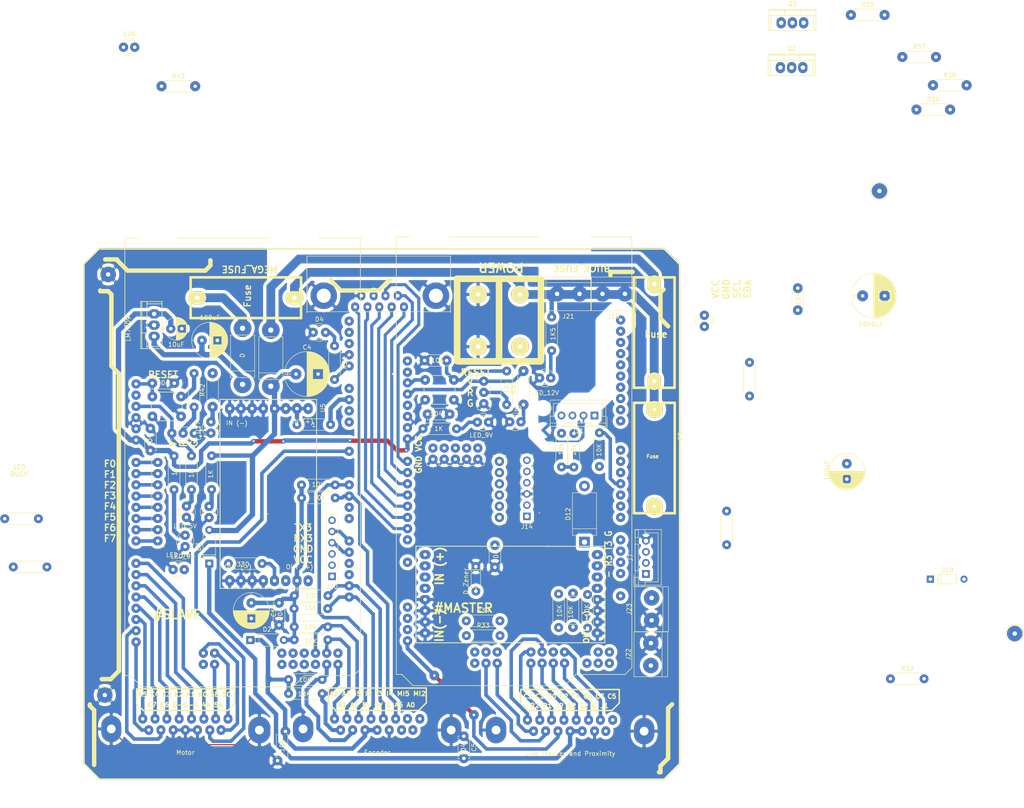
<source format=kicad_pcb>
(kicad_pcb (version 4) (host pcbnew 4.0.7-e2-6376~61~ubuntu18.04.1)
  (layers (0 F.Cu signal) (31 B.Cu signal) (34 B.Paste user) (35 F.Paste user) (36 B.SilkS user) (37 F.SilkS user) (38 B.Mask user) (39 F.Mask user) (44 Edge.Cuts user))
  (net 0 "")
  (net 1 GND)
  (net 2 +5V)
  (net 3 /RESET2)
  (net 4 /12VVD)
  (net 5 +9V)
  (net 6 /12VV)
  (net 7 "Net-(C9-Pad1)")
  (net 8 /TX2)
  (net 9 /TX3)
  (net 10 "Net-(D5-Pad2)")
  (net 11 "Net-(D6-Pad2)")
  (net 12 "Net-(D7-Pad2)")
  (net 13 "Net-(D8-Pad2)")
  (net 14 "Net-(D9-Pad2)")
  (net 15 "Net-(D10-Pad2)")
  (net 16 "Net-(D11-Pad2)")
  (net 17 "Net-(D12-Pad2)")
  (net 18 "Net-(D13-Pad2)")
  (net 19 +12V)
  (net 20 /RX2)
  (net 21 /JP1)
  (net 22 /PR2)
  (net 23 /PR1)
  (net 24 /JP2)
  (net 25 /RX3)
  (net 26 /SCL)
  (net 27 /SDA)
  (net 28 /INT2)
  (net 29 /PA4)
  (net 30 /PA2)
  (net 31 /PA0)
  (net 32 /PA1)
  (net 33 /PA3)
  (net 34 /INT5)
  (net 35 /PA5)
  (net 36 /PK7)
  (net 37 /PK6)
  (net 38 /PK5)
  (net 39 /PK4)
  (net 40 /PK3)
  (net 41 /PK2)
  (net 42 /PK1)
  (net 43 /OC4A)
  (net 44 /OC5B)
  (net 45 /OC5C)
  (net 46 /OC5A)
  (net 47 /5VV)
  (net 48 "Net-(J17-Pad2)")
  (net 49 "Net-(J18-Pad2)")
  (net 50 /RESET1)
  (net 51 /PK0)
  (net 52 /PC5)
  (net 53 /PC7)
  (net 54 /PC6)
  (net 55 /PC4)
  (net 56 /PC2)
  (net 57 /PC0)
  (net 58 /PC1)
  (net 59 /PC3)
  (net 60 "Net-(J9-Pad1)")
  (net 61 "Net-(J9-Pad2)")
  (net 62 "Net-(J9-Pad3)")
  (net 63 "Net-(J9-Pad4)")
  (net 64 "Net-(J9-Pad5)")
  (net 65 "Net-(J9-Pad6)")
  (net 66 "Net-(J9-Pad7)")
  (net 67 "Net-(J9-Pad8)")
  (net 68 /INT)
  (net 69 /SINT4)
  (net 70 /SINT3)
  (net 71 /SINT2)
  (net 72 /SINT5)
  (net 73 /TX0)
  (net 74 /RX0)
  (net 75 /SRX3)
  (net 76 /STX3)
  (net 77 "Net-(D14-Pad2)")
  (net 78 "Net-(R28-Pad2)")
  (net 79 "Net-(D4-Pad2)")
  (net 80 /PF0)
  (net 81 /PF2)
  (net 82 /PF4)
  (net 83 /PF1)
  (net 84 /PF3)
  (net 85 "Net-(D19-Pad2)")
  (net 86 "Net-(R31-Pad2)")
  (net 87 /3V3)
  (net 88 /PF6)
  (net 89 /PF5)
  (net 90 "Net-(J19-Pad2)")
  (net 91 "Net-(J21-Pad2)")
  (net 92 "Net-(Q2-Pad1)")
  (net 93 "Net-(Q3-Pad1)")
  (net 94 "Net-(D17-Pad2)")
  (net 95 "Net-(D20-Pad2)")
  (net 96 "Net-(C11-Pad1)")
  (net 97 /12Vin)
  (module modFiles:Arduino_Mega2560_Shield (layer F.Cu) (at 154.432 58.42)
    (fp_text reference U1 hide)
    (fp_text value Arduino_Mega2560_Shield hide)
    (fp_text user . (at -12.9413 35.1663 270) (layer F.SilkS))
    (pad 8 thru_hole circle (at 5.8547 14.3383 270) (size 2.1 2.1) (drill 0.8) (layers *.Cu *.Mask))
    (pad 2 thru_hole circle (at 5.8547 31.1023 270) (size 2.1 2.1) (drill 0.8) (layers *.Cu *.Mask))
    (pad 1 thru_hole circle (at 5.8547 33.6423 270) (size 2.1 2.1) (drill 0.8) (layers *.Cu *.Mask) (net 73 /TX0))
    (pad 0 thru_hole circle (at 5.8547 36.1823 270) (size 2.1 2.1) (drill 0.8) (layers *.Cu *.Mask) (net 74 /RX0))
    (pad 23 thru_hole circle (at 3.3147 69.2023 270) (size 2.1 2.1) (drill 0.8) (layers *.Cu *.Mask))
    (pad 22 thru_hole circle (at 3.3147 66.6623 270) (size 2.1 2.1) (drill 0.8) (layers *.Cu *.Mask) (net 31 /PA0))
    (pad 47 thru_hole circle (at -27.1653 69.2023 270) (size 2.1 2.1) (drill 0.8) (layers *.Cu *.Mask))
    (pad 46 thru_hole circle (at -27.1653 66.6623 270) (size 2.1 2.1) (drill 0.8) (layers *.Cu *.Mask))
    (pad 45 thru_hole circle (at -24.6253 69.2023 270) (size 2.1 2.1) (drill 0.8) (layers *.Cu *.Mask) (net 23 /PR1))
    (pad 44 thru_hole circle (at -24.6253 66.6623 270) (size 2.1 2.1) (drill 0.8) (layers *.Cu *.Mask))
    (pad 43 thru_hole circle (at -22.0853 69.2023 270) (size 2.1 2.1) (drill 0.8) (layers *.Cu *.Mask) (net 22 /PR2))
    (pad 42 thru_hole circle (at -22.0853 66.6623 270) (size 2.1 2.1) (drill 0.8) (layers *.Cu *.Mask))
    (pad A7 thru_hole circle (at -42.4053 41.2623 270) (size 2.1 2.1) (drill 0.8) (layers *.Cu *.Mask))
    (pad A6 thru_hole circle (at -42.4053 38.7223 270) (size 2.1 2.1) (drill 0.8) (layers *.Cu *.Mask) (net 88 /PF6))
    (pad A0 thru_hole circle (at -42.4053 23.4823 270) (size 2.1 2.1) (drill 0.8) (layers *.Cu *.Mask) (net 80 /PF0))
    (pad VIN thru_hole circle (at -42.4053 18.4023 270) (size 2.1 2.1) (drill 0.8) (layers *.Cu *.Mask) (net 5 +9V))
    (pad GND2 thru_hole circle (at -42.4053 15.8623 270) (size 2.1 2.1) (drill 0.8) (layers *.Cu *.Mask) (net 1 GND))
    (pad GND1 thru_hole circle (at -42.4053 13.3223 270) (size 2.1 2.1) (drill 0.8) (layers *.Cu *.Mask) (net 1 GND))
    (pad 5V1 thru_hole circle (at -42.4053 10.7823 270) (size 2.1 2.1) (drill 0.8) (layers *.Cu *.Mask))
    (pad 3V3 thru_hole circle (at -42.4053 8.2423 270) (size 2.1 2.1) (drill 0.8) (layers *.Cu *.Mask) (net 87 /3V3))
    (pad RST1 thru_hole circle (at -42.4053 5.7023 270) (size 2.1 2.1) (drill 0.8) (layers *.Cu *.Mask) (net 50 /RESET1))
    (pad 19 thru_hole circle (at 5.8547 53.9623 270) (size 2.1 2.1) (drill 0.8) (layers *.Cu *.Mask) (net 28 /INT2))
    (pad 17 thru_hole circle (at 5.8547 48.8823 270) (size 2.1 2.1) (drill 0.8) (layers *.Cu *.Mask) (net 20 /RX2))
    (pad 16 thru_hole circle (at 5.8547 46.3423 270) (size 2.1 2.1) (drill 0.8) (layers *.Cu *.Mask) (net 8 /TX2))
    (pad 15 thru_hole circle (at 5.8547 43.8023 270) (size 2.1 2.1) (drill 0.8) (layers *.Cu *.Mask) (net 25 /RX3))
    (pad 14 thru_hole circle (at 5.8547 41.2623 270) (size 2.1 2.1) (drill 0.8) (layers *.Cu *.Mask) (net 9 /TX3))
    (pad 3 thru_hole circle (at 5.8547 28.5623 270) (size 2.1 2.1) (drill 0.8) (layers *.Cu *.Mask) (net 34 /INT5))
    (pad 4 thru_hole circle (at 5.8547 26.0223 270) (size 2.1 2.1) (drill 0.8) (layers *.Cu *.Mask))
    (pad 5 thru_hole circle (at 5.8547 23.4823 270) (size 2.1 2.1) (drill 0.8) (layers *.Cu *.Mask))
    (pad 6 thru_hole circle (at 5.8547 20.9423 270) (size 2.1 2.1) (drill 0.8) (layers *.Cu *.Mask))
    (pad GND5 thru_hole circle (at 5.8547 -0.9017 270) (size 2.1 2.1) (drill 0.8) (layers *.Cu *.Mask) (net 1 GND))
    (pad 9 thru_hole circle (at 5.8547 11.7983 270) (size 2.1 2.1) (drill 0.8) (layers *.Cu *.Mask))
    (pad 10 thru_hole circle (at 5.8547 9.2583 270) (size 2.1 2.1) (drill 0.8) (layers *.Cu *.Mask) (net 21 /JP1))
    (pad SCL thru_hole circle (at 5.8547 -8.5217 270) (size 2.1 2.1) (drill 0.8) (layers *.Cu *.Mask) (net 26 /SCL))
    (pad SDA thru_hole circle (at 5.8547 -5.9817 270) (size 2.1 2.1) (drill 0.8) (layers *.Cu *.Mask) (net 27 /SDA))
    (pad AREF thru_hole circle (at 5.8547 -3.4417 270) (size 2.1 2.1) (drill 0.8) (layers *.Cu *.Mask))
    (pad 13 thru_hole circle (at 5.8547 1.6383 270) (size 2.1 2.1) (drill 0.8) (layers *.Cu *.Mask) (net 78 "Net-(R28-Pad2)"))
    (pad 12 thru_hole circle (at 5.8547 4.1783 270) (size 2.1 2.1) (drill 0.8) (layers *.Cu *.Mask))
    (pad 11 thru_hole circle (at 5.8547 6.7183 270) (size 2.1 2.1) (drill 0.8) (layers *.Cu *.Mask))
    (pad A1 thru_hole circle (at -42.4053 26.0223 270) (size 2.1 2.1) (drill 0.8) (layers *.Cu *.Mask) (net 83 /PF1))
    (pad A2 thru_hole circle (at -42.4053 28.5623 270) (size 2.1 2.1) (drill 0.8) (layers *.Cu *.Mask) (net 81 /PF2))
    (pad A3 thru_hole circle (at -42.4053 31.1023 270) (size 2.1 2.1) (drill 0.8) (layers *.Cu *.Mask) (net 84 /PF3))
    (pad A4 thru_hole circle (at -42.4053 33.6423 270) (size 2.1 2.1) (drill 0.8) (layers *.Cu *.Mask) (net 82 /PF4))
    (pad A5 thru_hole circle (at -42.4053 36.1823 270) (size 2.1 2.1) (drill 0.8) (layers *.Cu *.Mask) (net 89 /PF5))
    (pad A8 thru_hole circle (at -42.4053 46.3423 270) (size 2.1 2.1) (drill 0.8) (layers *.Cu *.Mask) (net 68 /INT))
    (pad A12 thru_hole circle (at -42.4053 56.5023 270) (size 2.1 2.1) (drill 0.8) (layers *.Cu *.Mask))
    (pad A13 thru_hole circle (at -42.4053 59.0423 270) (size 2.1 2.1) (drill 0.8) (layers *.Cu *.Mask))
    (pad A14 thru_hole circle (at -42.4053 61.5823 270) (size 2.1 2.1) (drill 0.8) (layers *.Cu *.Mask))
    (pad A15 thru_hole circle (at -42.4053 64.1223 270) (size 2.1 2.1) (drill 0.8) (layers *.Cu *.Mask) (net 24 /JP2))
    (pad 24 thru_hole circle (at 0.7747 66.6623 270) (size 2.1 2.1) (drill 0.8) (layers *.Cu *.Mask))
    (pad 25 thru_hole circle (at 0.7747 69.2023 270) (size 2.1 2.1) (drill 0.8) (layers *.Cu *.Mask))
    (pad 27 thru_hole circle (at -1.7653 69.2023 270) (size 2.1 2.1) (drill 0.8) (layers *.Cu *.Mask) (net 35 /PA5))
    (pad 30 thru_hole circle (at -6.8453 66.6623 270) (size 2.1 2.1) (drill 0.8) (layers *.Cu *.Mask) (net 53 /PC7))
    (pad 31 thru_hole circle (at -6.8453 69.2023 270) (size 2.1 2.1) (drill 0.8) (layers *.Cu *.Mask) (net 54 /PC6))
    (pad 32 thru_hole circle (at -9.3853 66.6623 270) (size 2.1 2.1) (drill 0.8) (layers *.Cu *.Mask) (net 52 /PC5))
    (pad 33 thru_hole circle (at -9.3853 69.2023 270) (size 2.1 2.1) (drill 0.8) (layers *.Cu *.Mask) (net 55 /PC4))
    (pad 34 thru_hole circle (at -11.9253 66.6623 270) (size 2.1 2.1) (drill 0.8) (layers *.Cu *.Mask) (net 59 /PC3))
    (pad 35 thru_hole circle (at -11.9253 69.2023 270) (size 2.1 2.1) (drill 0.8) (layers *.Cu *.Mask) (net 56 /PC2))
    (pad 36 thru_hole circle (at -14.4653 66.6623 270) (size 2.1 2.1) (drill 0.8) (layers *.Cu *.Mask) (net 58 /PC1))
    (pad 37 thru_hole circle (at -14.4653 69.2023 270) (size 2.1 2.1) (drill 0.8) (layers *.Cu *.Mask) (net 57 /PC0))
    (pad IORE thru_hole circle (at -42.418 3.302 270) (size 2.1 2.1) (drill 0.8) (layers *.Cu *.Mask))
    (pad NC thru_hole circle (at -42.418 0.762 270) (size 2.1 2.1) (drill 0.8) (layers *.Cu *.Mask))
  )
  (module modFiles:LED_D3.0mm (layer F.Cu) (at 90.805 52.705)
    (fp_text reference D4 (at 1.27 -2.96) (layer F.SilkS))
    (fp_text value LED)
    (pad 1 thru_hole circle (at -0.127 0) (size 2.1 2.1) (drill 0.8) (layers *.Cu *.Mask) (net 1 GND))
    (pad 2 thru_hole circle (at 2.667 0) (size 2.1 2.1) (drill 0.8) (layers *.Cu *.Mask) (net 79 "Net-(D4-Pad2)"))
  )
  (module modFiles:Fuse_Holder (layer F.Cu) (at 168.402 52.959 90)
    (fp_text reference F2 hide)
    (fp_text value Fuse (at -0.154 -0.098 180) (layer F.SilkS) (effects (font (size 1.5 1.5) (thickness 0.32))))
    (pad 1 thru_hole oval (at 11.176 -0.508 180) (size 3 4) (drill 1) (layers *.Cu *.Mask F.SilkS) (net 16 "Net-(D11-Pad2)"))
    (pad 2 thru_hole oval (at -10.795 -0.508 180) (size 3 4) (drill 1) (layers *.Cu *.Mask F.SilkS) (net 19 +12V))
  )
  (module modFiles:Arduino_Mega2560_Shield (layer F.Cu) (at 92.964 58.674)
    (fp_text reference U2 hide)
    (fp_text value Arduino_Mega2560_Shield hide)
    (fp_text user . (at -12.9413 35.1663 270) (layer F.SilkS))
    (pad 13 thru_hole circle (at 5.842 1.651 270) (size 2.1 2.1) (drill 0.8) (layers *.Cu *.Mask) (net 86 "Net-(R31-Pad2)"))
    (pad 23 thru_hole circle (at 3.3147 69.2023 270) (size 2.1 2.1) (drill 0.8) (layers *.Cu *.Mask) (net 32 /PA1))
    (pad 22 thru_hole circle (at 3.3147 66.6623 270) (size 2.1 2.1) (drill 0.8) (layers *.Cu *.Mask))
    (pad 47 thru_hole circle (at -27.1653 69.2023 270) (size 2.1 2.1) (drill 0.8) (layers *.Cu *.Mask))
    (pad 46 thru_hole circle (at -27.1653 66.6623 270) (size 2.1 2.1) (drill 0.8) (layers *.Cu *.Mask) (net 46 /OC5A))
    (pad 45 thru_hole circle (at -24.6253 69.2023 270) (size 2.1 2.1) (drill 0.8) (layers *.Cu *.Mask) (net 44 /OC5B))
    (pad 44 thru_hole circle (at -24.6253 66.6623 270) (size 2.1 2.1) (drill 0.8) (layers *.Cu *.Mask) (net 45 /OC5C))
    (pad A7 thru_hole circle (at -42.4053 41.2623 270) (size 2.1 2.1) (drill 0.8) (layers *.Cu *.Mask) (net 60 "Net-(J9-Pad1)"))
    (pad A6 thru_hole circle (at -42.4053 38.7223 270) (size 2.1 2.1) (drill 0.8) (layers *.Cu *.Mask) (net 61 "Net-(J9-Pad2)"))
    (pad A0 thru_hole circle (at -42.4053 23.4823 270) (size 2.1 2.1) (drill 0.8) (layers *.Cu *.Mask) (net 67 "Net-(J9-Pad8)"))
    (pad VIN thru_hole circle (at -42.4053 18.4023 270) (size 2.1 2.1) (drill 0.8) (layers *.Cu *.Mask) (net 5 +9V))
    (pad GND2 thru_hole circle (at -42.4053 15.8623 270) (size 2.1 2.1) (drill 0.8) (layers *.Cu *.Mask) (net 1 GND))
    (pad GND1 thru_hole circle (at -42.4053 13.3223 270) (size 2.1 2.1) (drill 0.8) (layers *.Cu *.Mask) (net 1 GND))
    (pad 5V1 thru_hole circle (at -42.4053 10.7823 270) (size 2.1 2.1) (drill 0.8) (layers *.Cu *.Mask) (net 47 /5VV))
    (pad 3V3 thru_hole circle (at -42.4053 8.2423 270) (size 2.1 2.1) (drill 0.8) (layers *.Cu *.Mask))
    (pad RST1 thru_hole circle (at -42.4053 5.7023 270) (size 2.1 2.1) (drill 0.8) (layers *.Cu *.Mask) (net 3 /RESET2))
    (pad 19 thru_hole circle (at 5.8547 53.9623 270) (size 2.1 2.1) (drill 0.8) (layers *.Cu *.Mask) (net 71 /SINT2))
    (pad 18 thru_hole circle (at 5.8547 51.4223 270) (size 2.1 2.1) (drill 0.8) (layers *.Cu *.Mask) (net 70 /SINT3))
    (pad 17 thru_hole circle (at 5.8547 48.8823 270) (size 2.1 2.1) (drill 0.8) (layers *.Cu *.Mask) (net 8 /TX2))
    (pad 16 thru_hole circle (at 5.8547 46.3423 270) (size 2.1 2.1) (drill 0.8) (layers *.Cu *.Mask) (net 20 /RX2))
    (pad 15 thru_hole circle (at 5.8547 43.8023 270) (size 2.1 2.1) (drill 0.8) (layers *.Cu *.Mask) (net 75 /SRX3))
    (pad 14 thru_hole circle (at 5.8547 41.2623 270) (size 2.1 2.1) (drill 0.8) (layers *.Cu *.Mask) (net 76 /STX3))
    (pad 0 thru_hole circle (at 5.8547 36.1823 270) (size 2.1 2.1) (drill 0.8) (layers *.Cu *.Mask))
    (pad 1 thru_hole circle (at 5.8547 33.6423 270) (size 2.1 2.1) (drill 0.8) (layers *.Cu *.Mask))
    (pad 2 thru_hole circle (at 5.8547 31.1023 270) (size 2.1 2.1) (drill 0.8) (layers *.Cu *.Mask) (net 69 /SINT4))
    (pad 3 thru_hole circle (at 5.8547 28.5623 270) (size 2.1 2.1) (drill 0.8) (layers *.Cu *.Mask) (net 72 /SINT5))
    (pad 6 thru_hole circle (at 5.8547 20.9423 270) (size 2.1 2.1) (drill 0.8) (layers *.Cu *.Mask) (net 43 /OC4A))
    (pad GND5 thru_hole circle (at 5.8547 -0.9017 270) (size 2.1 2.1) (drill 0.8) (layers *.Cu *.Mask) (net 1 GND))
    (pad 8 thru_hole circle (at 5.8547 14.3383 270) (size 2.1 2.1) (drill 0.8) (layers *.Cu *.Mask))
    (pad 9 thru_hole circle (at 5.8547 11.7983 270) (size 2.1 2.1) (drill 0.8) (layers *.Cu *.Mask))
    (pad 10 thru_hole circle (at 5.8547 9.2583 270) (size 2.1 2.1) (drill 0.8) (layers *.Cu *.Mask) (net 68 /INT))
    (pad SCL thru_hole circle (at 5.8547 -8.5217 270) (size 2.1 2.1) (drill 0.8) (layers *.Cu *.Mask))
    (pad SDA thru_hole circle (at 5.8547 -5.9817 270) (size 2.1 2.1) (drill 0.8) (layers *.Cu *.Mask))
    (pad AREF thru_hole circle (at 5.8547 -3.4417 270) (size 2.1 2.1) (drill 0.8) (layers *.Cu *.Mask))
    (pad 11 thru_hole circle (at 5.8547 6.7183 270) (size 2.1 2.1) (drill 0.8) (layers *.Cu *.Mask))
    (pad A1 thru_hole circle (at -42.4053 26.0223 270) (size 2.1 2.1) (drill 0.8) (layers *.Cu *.Mask) (net 66 "Net-(J9-Pad7)"))
    (pad A2 thru_hole circle (at -42.4053 28.5623 270) (size 2.1 2.1) (drill 0.8) (layers *.Cu *.Mask) (net 65 "Net-(J9-Pad6)"))
    (pad A3 thru_hole circle (at -42.4053 31.1023 270) (size 2.1 2.1) (drill 0.8) (layers *.Cu *.Mask) (net 64 "Net-(J9-Pad5)"))
    (pad A4 thru_hole circle (at -42.4053 33.6423 270) (size 2.1 2.1) (drill 0.8) (layers *.Cu *.Mask) (net 63 "Net-(J9-Pad4)"))
    (pad A5 thru_hole circle (at -42.4053 36.1823 270) (size 2.1 2.1) (drill 0.8) (layers *.Cu *.Mask) (net 62 "Net-(J9-Pad3)"))
    (pad A8 thru_hole circle (at -42.4053 46.3423 270) (size 2.1 2.1) (drill 0.8) (layers *.Cu *.Mask) (net 51 /PK0))
    (pad A9 thru_hole circle (at -42.4053 48.8823 270) (size 2.1 2.1) (drill 0.8) (layers *.Cu *.Mask) (net 42 /PK1))
    (pad A10 thru_hole circle (at -42.4053 51.4223 270) (size 2.1 2.1) (drill 0.8) (layers *.Cu *.Mask) (net 41 /PK2))
    (pad A11 thru_hole circle (at -42.4053 53.9623 270) (size 2.1 2.1) (drill 0.8) (layers *.Cu *.Mask) (net 40 /PK3))
    (pad A12 thru_hole circle (at -42.4053 56.5023 270) (size 2.1 2.1) (drill 0.8) (layers *.Cu *.Mask) (net 39 /PK4))
    (pad A13 thru_hole circle (at -42.4053 59.0423 270) (size 2.1 2.1) (drill 0.8) (layers *.Cu *.Mask) (net 38 /PK5))
    (pad A14 thru_hole circle (at -42.4053 61.5823 270) (size 2.1 2.1) (drill 0.8) (layers *.Cu *.Mask) (net 37 /PK6))
    (pad A15 thru_hole circle (at -42.4053 64.1223 270) (size 2.1 2.1) (drill 0.8) (layers *.Cu *.Mask) (net 36 /PK7))
    (pad 24 thru_hole circle (at 0.7747 66.6623 270) (size 2.1 2.1) (drill 0.8) (layers *.Cu *.Mask) (net 30 /PA2))
    (pad 25 thru_hole circle (at 0.7747 69.2023 270) (size 2.1 2.1) (drill 0.8) (layers *.Cu *.Mask) (net 33 /PA3))
    (pad 26 thru_hole circle (at -1.7653 66.6623 270) (size 2.1 2.1) (drill 0.8) (layers *.Cu *.Mask) (net 29 /PA4))
    (pad 27 thru_hole circle (at -1.7653 69.2023 270) (size 2.1 2.1) (drill 0.8) (layers *.Cu *.Mask))
    (pad 28 thru_hole circle (at -4.3053 66.6623 270) (size 2.1 2.1) (drill 0.8) (layers *.Cu *.Mask))
    (pad 29 thru_hole circle (at -4.3053 69.2023 270) (size 2.1 2.1) (drill 0.8) (layers *.Cu *.Mask))
    (pad 30 thru_hole circle (at -6.8453 66.6623 270) (size 2.1 2.1) (drill 0.8) (layers *.Cu *.Mask))
    (pad 31 thru_hole circle (at -6.8453 69.2023 270) (size 2.1 2.1) (drill 0.8) (layers *.Cu *.Mask))
    (pad 32 thru_hole circle (at -9.3853 66.6623 270) (size 2.1 2.1) (drill 0.8) (layers *.Cu *.Mask))
    (pad 33 thru_hole circle (at -9.3853 69.2023 270) (size 2.1 2.1) (drill 0.8) (layers *.Cu *.Mask))
  )
  (module modFiles:Buck_Regulator (layer F.Cu) (at 116.0145 103.0351)
    (fp_text reference U3 hide)
    (fp_text value Buck_5A hide)
    (fp_text user "OUT (-)" (at 36.5252 16.3576 90) (layer F.SilkS) (effects (font (size 1.2 1.2) (thickness 0.3))))
    (fp_text user "IN(-)" (at 3.2258 16.0782 90) (layer F.SilkS) (effects (font (size 1.8 1.8) (thickness 0.4))))
    (fp_text user "IN (+)" (at 3.2766 2.54 90) (layer F.SilkS) (effects (font (size 1.8 1.8) (thickness 0.4))))
    (pad 3 thru_hole oval (at 38.98 7.63) (size 2.5 2.05) (drill 0.8) (layers *.Cu *.Mask) (net 96 "Net-(C11-Pad1)"))
    (pad 1 thru_hole oval (at 0 0) (size 2.5 2.05) (drill 0.8) (layers *.Cu *.Mask) (net 97 /12Vin))
    (pad 1 thru_hole oval (at 0 2.54) (size 2.5 2.05) (drill 0.8) (layers *.Cu *.Mask) (net 97 /12Vin))
    (pad 1 thru_hole oval (at 0 5.08) (size 2.5 2.05) (drill 0.8) (layers *.Cu *.Mask) (net 97 /12Vin))
    (pad 1 thru_hole oval (at 0 7.62) (size 2.5 2.05) (drill 0.8) (layers *.Cu *.Mask) (net 97 /12Vin))
    (pad 2 thru_hole oval (at 0 10.16) (size 2.5 2.05) (drill 0.8) (layers *.Cu *.Mask) (net 1 GND))
    (pad 2 thru_hole oval (at 0 12.7) (size 2.5 2.05) (drill 0.8) (layers *.Cu *.Mask) (net 1 GND))
    (pad 2 thru_hole oval (at 0 15.24) (size 2.5 2.05) (drill 0.8) (layers *.Cu *.Mask) (net 1 GND))
    (pad 2 thru_hole oval (at 0 17.78) (size 2.5 2.05) (drill 0.8) (layers *.Cu *.Mask) (net 1 GND))
    (pad 3 thru_hole oval (at 39 0) (size 2.5 2.05) (drill 0.8) (layers *.Cu *.Mask) (net 96 "Net-(C11-Pad1)"))
    (pad 3 thru_hole oval (at 38.98 2.53) (size 2.5 2.05) (drill 0.8) (layers *.Cu *.Mask) (net 96 "Net-(C11-Pad1)"))
    (pad 3 thru_hole oval (at 38.98 5.07) (size 2.5 2.05) (drill 0.8) (layers *.Cu *.Mask) (net 96 "Net-(C11-Pad1)"))
    (pad 4 thru_hole oval (at 38.98 10.15) (size 2.5 2.05) (drill 0.8) (layers *.Cu *.Mask) (net 1 GND))
    (pad 4 thru_hole oval (at 38.98 12.69) (size 2.5 2.05) (drill 0.8) (layers *.Cu *.Mask) (net 1 GND))
    (pad 4 thru_hole oval (at 38.98 15.23) (size 2.5 2.05) (drill 0.8) (layers *.Cu *.Mask) (net 1 GND))
    (pad 4 thru_hole oval (at 38.98 17.77) (size 2.5 2.05) (drill 0.8) (layers *.Cu *.Mask) (net 1 GND))
  )
  (module modFiles:Resistor_small (layer F.Cu) (at 184.3024 100.7872 90)
    (fp_text reference R27 hide)
    (fp_text value 1)
    (pad 1 thru_hole circle (at 0 0 90) (size 2.02 2.02) (drill 0.8) (layers *.Cu *.Mask) (net 1 GND))
    (pad 2 thru_hole circle (at 7.62 0 90) (size 2.02 2.02) (drill 0.8) (layers *.Cu *.Mask) (net 1 GND))
  )
  (module modFiles:Capacitor_Disc_Medium (layer F.Cu) (at 82.9437 113.9571 270)
    (fp_text reference C2 hide)
    (fp_text value 104 (at 2.54 -0.3048 270) (layer F.SilkS))
    (pad 1 thru_hole circle (at 0 0 270) (size 2.2 2.2) (drill 0.8) (layers *.Cu *.Mask) (net 2 +5V))
    (pad 2 thru_hole circle (at 5 0 270) (size 2.2 2.2) (drill 0.8) (layers *.Cu *.Mask) (net 1 GND))
  )
  (module modFiles:Capacitor_Disc_Medium (layer F.Cu) (at 59.2328 64.2112 180)
    (fp_text reference C3 hide)
    (fp_text value 104 (at 2.5273 0.0635 180) (layer F.SilkS))
    (pad 1 thru_hole circle (at 0 0 180) (size 2.2 2.2) (drill 0.8) (layers *.Cu *.Mask) (net 1 GND))
    (pad 2 thru_hole circle (at 5 0 180) (size 2.2 2.2) (drill 0.8) (layers *.Cu *.Mask) (net 3 /RESET2))
  )
  (module modFiles:Push_Button (layer F.Cu) (at 60.7568 71.7296 180)
    (fp_text reference SW2 hide)
    (fp_text value Reset hide)
    (pad 2 thru_hole circle (at 0 4.5 270) (size 2.2 2.2) (drill 0.8) (layers *.Cu *.Mask) (net 3 /RESET2))
    (pad 1 thru_hole circle (at 0 0 270) (size 2.2 2.2) (drill 0.8) (layers *.Cu *.Mask) (net 1 GND))
    (pad 2 thru_hole circle (at 6.5 4.5 270) (size 2.2 2.2) (drill 0.8) (layers *.Cu *.Mask) (net 3 /RESET2))
    (pad 1 thru_hole circle (at 6.5 0 270) (size 2.2 2.2) (drill 0.8) (layers *.Cu *.Mask) (net 1 GND))
  )
  (module modFiles:LED_D3.0mm (layer F.Cu) (at 61.976 94.5896 90)
    (fp_text reference D13 hide)
    (fp_text value LED_5V (at -1.9812 -0.3048 180) (layer F.SilkS))
    (pad 1 thru_hole circle (at 0 0 90) (size 2.1 2.1) (drill 0.8) (layers *.Cu *.Mask) (net 1 GND))
    (pad 2 thru_hole circle (at 2.54 0 90) (size 2.1 2.1) (drill 0.8) (layers *.Cu *.Mask) (net 18 "Net-(D13-Pad2)"))
  )
  (module Diodes_THT:D_DO-35_SOD27_P7.62mm_Horizontal (layer F.Cu) (at 127.508 112.3188 90)
    (fp_text reference D1 hide)
    (fp_text value D_Zener (at 3.2512 -2.2352 90) (layer F.SilkS))
    (pad 1 thru_hole circle (at 1.016 0 90) (size 2 2) (drill 0.8) (layers *.Cu *.Mask) (net 9 /TX3))
    (pad 2 thru_hole circle (at 6.604 0 90) (size 2 2) (drill 0.8) (layers *.Cu *.Mask) (net 1 GND))
  )
  (module modFiles:Capacitor_Disc_Medium (layer F.Cu) (at 83.6168 143.8148 270)
    (fp_text reference C17 hide)
    (fp_text value 104 (at 2.4638 -0.0381 270) (layer F.SilkS))
    (pad 1 thru_hole circle (at -0.762 -0.762 270) (size 2.2 2.2) (drill 0.8) (layers *.Cu *.Mask) (net 2 +5V))
    (pad 2 thru_hole circle (at 5.842 1.016 270) (size 2.2 2.2) (drill 0.8) (layers *.Cu *.Mask) (net 1 GND))
  )
  (module Resistors_THT:R_Axial_DIN0207_L6.3mm_D2.5mm_P10.16mm_Horizontal (layer F.Cu) (at 149.5044 110.5408 270)
    (fp_text reference R3 hide)
    (fp_text value 10K (at 5.45338 0.5334 270) (layer F.SilkS))
    (pad 1 thru_hole circle (at 1.27 0 270) (size 2.2 2.2) (drill 0.8) (layers *.Cu *.Mask) (net 2 +5V))
    (pad 2 thru_hole circle (at 8.89 0 270) (size 2.2 2.2) (drill 0.8) (layers *.Cu *.Mask) (net 31 /PA0))
  )
  (module modFiles:Connector_DB15 (layer F.Cu) (at 158.496 140.462 180)
    (fp_text reference J10 hide)
    (fp_text value "Line Tracker and Proximity" (at 9.65 -7.62 180) (layer F.SilkS))
    (pad 0 thru_hole oval (at 26.42 -2.29 180) (size 4.6 6) (drill 2) (layers *.Cu *.Mask) (net 1 GND))
    (pad 0 thru_hole oval (at -7.11 -2.54 180) (size 4.6 6) (drill 2) (layers *.Cu *.Mask) (net 1 GND))
    (pad 1 thru_hole oval (at 0 0 180) (size 2 2.2) (drill 0.8) (layers *.Cu *.Mask) (net 52 /PC5))
    (pad 2 thru_hole oval (at 2.79 0 180) (size 2 2.2) (drill 0.8) (layers *.Cu *.Mask) (net 53 /PC7))
    (pad 3 thru_hole oval (at 5.46 0 180) (size 2 2.2) (drill 0.8) (layers *.Cu *.Mask) (net 54 /PC6))
    (pad 4 thru_hole oval (at 8.25 0 180) (size 2 2.2) (drill 0.8) (layers *.Cu *.Mask) (net 55 /PC4))
    (pad 5 thru_hole oval (at 11.05 0 180) (size 2 2.2) (drill 0.8) (layers *.Cu *.Mask) (net 56 /PC2))
    (pad 6 thru_hole oval (at 13.84 0 180) (size 2 2.2) (drill 0.8) (layers *.Cu *.Mask) (net 57 /PC0))
    (pad 7 thru_hole oval (at 16.51 0 180) (size 2 2.2) (drill 0.8) (layers *.Cu *.Mask) (net 58 /PC1))
    (pad 8 thru_hole oval (at 19.3 0 180) (size 2 2.2) (drill 0.8) (layers *.Cu *.Mask) (net 59 /PC3))
    (pad 9 thru_hole oval (at 1.57 -2.54 180) (size 2 2.2) (drill 0.8) (layers *.Cu *.Mask) (net 21 /JP1))
    (pad 10 thru_hole oval (at 4.11 -2.54 180) (size 2 2.2) (drill 0.8) (layers *.Cu *.Mask) (net 1 GND))
    (pad 11 thru_hole oval (at 6.91 -2.54 180) (size 2 2.2) (drill 0.8) (layers *.Cu *.Mask) (net 4 /12VVD))
    (pad 12 thru_hole oval (at 9.65 -2.54 180) (size 2 2.2) (drill 0.8) (layers *.Cu *.Mask) (net 4 /12VVD))
    (pad 13 thru_hole oval (at 12.4 -2.54 180) (size 2 2.2) (drill 0.8) (layers *.Cu *.Mask) (net 24 /JP2))
    (pad 14 thru_hole oval (at 15.19 -2.54 180) (size 2 2.2) (drill 0.8) (layers *.Cu *.Mask) (net 23 /PR1))
    (pad 15 thru_hole oval (at 17.93 -2.54 180) (size 2 2.2) (drill 0.8) (layers *.Cu *.Mask) (net 22 /PR2))
  )
  (module modFiles:Connector_DB15 (layer F.Cu) (at 114.808 140.208 180)
    (fp_text reference J13 hide)
    (fp_text value Encoder (at 9.65 -7.62 180) (layer F.SilkS))
    (pad 0 thru_hole oval (at 26.42 -2.29 180) (size 4.6 6) (drill 2) (layers *.Cu *.Mask) (net 1 GND))
    (pad 0 thru_hole oval (at -7.11 -2.54 180) (size 4.6 6) (drill 2) (layers *.Cu *.Mask) (net 1 GND))
    (pad 1 thru_hole oval (at 0 0 180) (size 2 2.2) (drill 0.8) (layers *.Cu *.Mask) (net 28 /INT2))
    (pad 2 thru_hole oval (at 2.79 0 180) (size 2 2.2) (drill 0.8) (layers *.Cu *.Mask) (net 34 /INT5))
    (pad 3 thru_hole oval (at 5.46 0 180) (size 2 2.2) (drill 0.8) (layers *.Cu *.Mask) (net 69 /SINT4))
    (pad 4 thru_hole oval (at 8.25 0 180) (size 2 2.2) (drill 0.8) (layers *.Cu *.Mask) (net 70 /SINT3))
    (pad 5 thru_hole oval (at 11.05 0 180) (size 2 2.2) (drill 0.8) (layers *.Cu *.Mask) (net 71 /SINT2))
    (pad 6 thru_hole oval (at 13.84 0 180) (size 2 2.2) (drill 0.8) (layers *.Cu *.Mask) (net 72 /SINT5))
    (pad 7 thru_hole oval (at 16.51 0 180) (size 2 2.2) (drill 0.8) (layers *.Cu *.Mask) (net 29 /PA4))
    (pad 8 thru_hole oval (at 19.3 0 180) (size 2 2.2) (drill 0.8) (layers *.Cu *.Mask) (net 30 /PA2))
    (pad 9 thru_hole oval (at 1.57 -2.54 180) (size 2 2.2) (drill 0.8) (layers *.Cu *.Mask) (net 31 /PA0))
    (pad 10 thru_hole oval (at 4.11 -2.54 180) (size 2 2.2) (drill 0.8) (layers *.Cu *.Mask) (net 35 /PA5))
    (pad 11 thru_hole oval (at 6.91 -2.54 180) (size 2 2.2) (drill 0.8) (layers *.Cu *.Mask) (net 1 GND))
    (pad 12 thru_hole oval (at 9.65 -2.54 180) (size 2 2.2) (drill 0.8) (layers *.Cu *.Mask) (net 2 +5V))
    (pad 13 thru_hole oval (at 12.4 -2.54 180) (size 2 2.2) (drill 0.8) (layers *.Cu *.Mask) (net 2 +5V))
    (pad 14 thru_hole oval (at 15.19 -2.54 180) (size 2 2.2) (drill 0.8) (layers *.Cu *.Mask) (net 33 /PA3))
    (pad 15 thru_hole oval (at 17.93 -2.54 180) (size 2 2.2) (drill 0.8) (layers *.Cu *.Mask) (net 32 /PA1))
  )
  (module modFiles:Connector_DB15 (layer F.Cu) (at 71.374 140.208 180)
    (fp_text reference J15 hide)
    (fp_text value Motor (at 9.65 -7.62 180) (layer F.SilkS))
    (pad 0 thru_hole oval (at 26.42 -2.29 180) (size 4.5 6) (drill 2) (layers *.Cu *.Mask) (net 1 GND))
    (pad 0 thru_hole oval (at -7.11 -2.54 180) (size 5 6) (drill 2) (layers *.Cu *.Mask) (net 1 GND))
    (pad 1 thru_hole oval (at 0 0 180) (size 2 2.2) (drill 0.8) (layers *.Cu *.Mask) (net 45 /OC5C))
    (pad 2 thru_hole oval (at 2.79 0 180) (size 2 2.2) (drill 0.8) (layers *.Cu *.Mask) (net 44 /OC5B))
    (pad 3 thru_hole oval (at 5.46 0 180) (size 2 2.2) (drill 0.8) (layers *.Cu *.Mask) (net 51 /PK0))
    (pad 4 thru_hole oval (at 8.25 0 180) (size 2 2.2) (drill 0.8) (layers *.Cu *.Mask) (net 42 /PK1))
    (pad 5 thru_hole oval (at 11.05 0 180) (size 2 2.2) (drill 0.8) (layers *.Cu *.Mask) (net 41 /PK2))
    (pad 6 thru_hole oval (at 13.84 0 180) (size 2 2.2) (drill 0.8) (layers *.Cu *.Mask) (net 40 /PK3))
    (pad 7 thru_hole oval (at 16.51 0 180) (size 2 2.2) (drill 0.8) (layers *.Cu *.Mask) (net 39 /PK4))
    (pad 8 thru_hole oval (at 19.3 0 180) (size 2 2.2) (drill 0.8) (layers *.Cu *.Mask) (net 38 /PK5))
    (pad 9 thru_hole oval (at 1.57 -2.54 180) (size 2 2.2) (drill 0.8) (layers *.Cu *.Mask) (net 46 /OC5A))
    (pad 10 thru_hole oval (at 4.11 -2.54 180) (size 2 2.2) (drill 0.8) (layers *.Cu *.Mask) (net 43 /OC4A))
    (pad 11 thru_hole oval (at 6.91 -2.54 180) (size 2 2.2) (drill 0.8) (layers *.Cu *.Mask) (net 1 GND))
    (pad 12 thru_hole oval (at 9.65 -2.54 180) (size 2 2.2) (drill 0.8) (layers *.Cu *.Mask) (net 1 GND))
    (pad 13 thru_hole oval (at 12.4 -2.54 180) (size 2 2.2) (drill 0.8) (layers *.Cu *.Mask) (net 1 GND))
    (pad 14 thru_hole oval (at 15.19 -2.54 180) (size 2 2.2) (drill 0.8) (layers *.Cu *.Mask) (net 37 /PK6))
    (pad 15 thru_hole oval (at 17.93 -2.54 180) (size 2 2.2) (drill 0.8) (layers *.Cu *.Mask) (net 36 /PK7))
  )
  (module modFiles:Capacitor_Disc_Medium (layer F.Cu) (at 121.57964 71.21144 180)
    (fp_text reference C1 hide)
    (fp_text value 104 (at 3.03784 0.0762 180) (layer F.SilkS))
    (pad 1 thru_hole circle (at 0 0 180) (size 2.2 2.2) (drill 0.8) (layers *.Cu *.Mask) (net 1 GND))
    (pad 2 thru_hole circle (at 5 0 180) (size 2.2 2.2) (drill 0.8) (layers *.Cu *.Mask) (net 5 +9V))
  )
  (module modFiles:Capacitor_Disc_Medium (layer F.Cu) (at 124.78512 144.15008 270)
    (fp_text reference C5 (at 2.5 -2.31 270) (layer F.SilkS))
    (fp_text value 104 (at 3.0099 0.0762 270) (layer F.SilkS))
    (pad 1 thru_hole circle (at 0 0 270) (size 2.2 2.2) (drill 0.8) (layers *.Cu *.Mask) (net 1 GND))
    (pad 2 thru_hole circle (at 5 0 270) (size 2.2 2.2) (drill 0.8) (layers *.Cu *.Mask) (net 4 /12VVD))
  )
  (module modFiles:Capacitor_Disc_Medium (layer F.Cu) (at 200.406 42.672 270)
    (fp_text reference C6 hide)
    (fp_text value 104 (at 2.47396 -0.0762 270) (layer F.SilkS))
    (pad 1 thru_hole circle (at 0 0 270) (size 2.2 2.2) (drill 0.8) (layers *.Cu *.Mask) (net 87 /3V3))
    (pad 2 thru_hole circle (at 5 0 270) (size 2.2 2.2) (drill 0.8) (layers *.Cu *.Mask) (net 1 GND))
  )
  (module modFiles:Capacitor_Disc_Medium (layer F.Cu) (at 115.89512 59.06516)
    (fp_text reference C7 hide)
    (fp_text value 104 (at 2.921 -0.0127) (layer F.SilkS))
    (pad 1 thru_hole circle (at 0 0) (size 2.2 2.2) (drill 0.8) (layers *.Cu *.Mask) (net 1 GND))
    (pad 2 thru_hole circle (at 5 0) (size 2.2 2.2) (drill 0.8) (layers *.Cu *.Mask) (net 50 /RESET1))
  )
  (module modFiles:Capacitor_1000uF (layer F.Cu) (at 215.0872 44.4246)
    (fp_text reference C8 hide)
    (fp_text value 1000uF (at 1.905 6.4262) (layer F.SilkS))
    (pad 1 thru_hole circle (at 0 0) (size 2.5 2.5) (drill 0.8) (layers *.Cu *.Mask) (net 97 /12Vin))
    (pad 2 thru_hole circle (at 5 0) (size 2.5 2.5) (drill 0.8) (layers *.Cu *.Mask) (net 1 GND))
  )
  (module modFiles:Capacitor_100uF (layer F.Cu) (at 65.4812 54.5084)
    (fp_text reference C9 hide)
    (fp_text value 100uF (at 1.8034 -5.1562) (layer F.SilkS))
    (pad 1 thru_hole circle (at 0 0) (size 2.2 2.2) (drill 0.8) (layers *.Cu *.Mask) (net 7 "Net-(C9-Pad1)"))
    (pad 2 thru_hole circle (at 3.5 0) (size 2.2 2.2) (drill 0.8) (layers *.Cu *.Mask) (net 1 GND))
  )
  (module modFiles:Capacitor_10uF (layer F.Cu) (at 58.42 51.8668)
    (fp_text reference C10 hide)
    (fp_text value 10uF (at 1.25 3.56) (layer F.SilkS))
    (pad 1 thru_hole circle (at 0 0) (size 2.1 2.1) (drill 0.8) (layers *.Cu *.Mask) (net 5 +9V))
    (pad 2 thru_hole circle (at 2.5 0) (size 2.1 2.1) (drill 0.8) (layers *.Cu *.Mask) (net 1 GND))
  )
  (module modFiles:Capacitor_100uF (layer F.Cu) (at 211.5058 82.423 270)
    (fp_text reference C11 hide)
    (fp_text value 100uF (at 1.5494 4.4704 270) (layer F.SilkS))
    (pad 1 thru_hole circle (at 0 0 270) (size 2.2 2.2) (drill 0.8) (layers *.Cu *.Mask) (net 96 "Net-(C11-Pad1)"))
    (pad 2 thru_hole circle (at 3.5 0 270) (size 2.2 2.2) (drill 0.8) (layers *.Cu *.Mask) (net 1 GND))
  )
  (module modFiles:LED_D3.0mm (layer F.Cu) (at 141.9352 63.00724)
    (fp_text reference D5 hide)
    (fp_text value LED_12V (at 1.28524 3.3782) (layer F.SilkS))
    (pad 1 thru_hole circle (at 0 0) (size 2.1 2.1) (drill 0.8) (layers *.Cu *.Mask) (net 1 GND))
    (pad 2 thru_hole circle (at 2.54 0) (size 2.1 2.1) (drill 0.8) (layers *.Cu *.Mask) (net 10 "Net-(D5-Pad2)"))
  )
  (module modFiles:LED_D3.0mm (layer F.Cu) (at 61.6712 101.1936 90)
    (fp_text reference D6 hide)
    (fp_text value LED_9V (at -2.2352 -0.5588 360) (layer F.SilkS))
    (pad 1 thru_hole circle (at 0 0 90) (size 2.1 2.1) (drill 0.8) (layers *.Cu *.Mask) (net 1 GND))
    (pad 2 thru_hole circle (at 2.54 0 90) (size 2.1 2.1) (drill 0.8) (layers *.Cu *.Mask) (net 11 "Net-(D6-Pad2)"))
  )
  (module modFiles:LED_D3.0mm (layer F.Cu) (at 130.3782 73.04024 180)
    (fp_text reference D7 hide)
    (fp_text value LED_9V (at 1.66116 -2.94132 180) (layer F.SilkS))
    (pad 1 thru_hole circle (at 0 0 180) (size 2.1 2.1) (drill 0.8) (layers *.Cu *.Mask) (net 1 GND))
    (pad 2 thru_hole circle (at 2.54 0 180) (size 2.1 2.1) (drill 0.8) (layers *.Cu *.Mask) (net 12 "Net-(D7-Pad2)"))
  )
  (module modFiles:LED_D3.0mm (layer F.Cu) (at 58.9407 106.4133)
    (fp_text reference D8 hide)
    (fp_text value LED_5V (at 1.0414 -3.302) (layer F.SilkS))
    (pad 1 thru_hole circle (at 0 0) (size 2.1 2.1) (drill 0.8) (layers *.Cu *.Mask) (net 1 GND))
    (pad 2 thru_hole circle (at 2.54 0) (size 2.1 2.1) (drill 0.8) (layers *.Cu *.Mask) (net 13 "Net-(D8-Pad2)"))
  )
  (module modFiles:LED_D3.0mm (layer F.Cu) (at 67.0941 94.6404 90)
    (fp_text reference D9 hide)
    (fp_text value LED_BUCK hide)
    (pad 1 thru_hole circle (at 0 0 90) (size 2.1 2.1) (drill 0.8) (layers *.Cu *.Mask) (net 1 GND))
    (pad 2 thru_hole circle (at 2.54 0 90) (size 2.1 2.1) (drill 0.8) (layers *.Cu *.Mask) (net 14 "Net-(D9-Pad2)"))
  )
  (module Diodes_THT:D_DO-27_P12.70mm_Horizontal (layer F.Cu) (at 74.676 64.4652 90)
    (fp_text reference D10 hide)
    (fp_text value D (at 6.5532 -0.0381 90) (layer F.SilkS))
    (pad 1 thru_hole circle (at 0 0 90) (size 4 4) (drill 1.2) (layers *.Cu *.Mask) (net 7 "Net-(C9-Pad1)"))
    (pad 2 thru_hole circle (at 12.7 0 90) (size 4 4) (drill 1.2) (layers *.Cu *.Mask) (net 15 "Net-(D10-Pad2)"))
  )
  (module Diodes_THT:D_DO-27_P12.70mm_Horizontal (layer F.Cu) (at 81.0768 64.88684 90)
    (fp_text reference D11 hide)
    (fp_text value D)
    (pad 1 thru_hole circle (at 0 0 90) (size 4 4) (drill 1.2) (layers *.Cu *.Mask) (net 6 /12VV))
    (pad 2 thru_hole circle (at 12.7 0 90) (size 4 4) (drill 1.2) (layers *.Cu *.Mask) (net 16 "Net-(D11-Pad2)"))
  )
  (module modFiles:Fuse_Holder (layer F.Cu) (at 75.6412 44.3484 180)
    (fp_text reference F1 hide)
    (fp_text value Fuse (at -0.154 -0.098 270) (layer F.SilkS) (effects (font (size 1.5 1.5) (thickness 0.275))))
    (pad 1 thru_hole oval (at 11.176 -0.508 270) (size 3 4) (drill 1) (layers *.Cu *.Mask F.SilkS) (net 15 "Net-(D10-Pad2)"))
    (pad 2 thru_hole oval (at -10.795 -0.508 270) (size 3 4) (drill 1) (layers *.Cu *.Mask F.SilkS) (net 19 +12V))
  )
  (module Pin_Headers:Pin_Header_Straight_1x06_Pitch2.54mm (layer F.Cu) (at 132.842 94.615 180)
    (fp_text reference J12 hide)
    (fp_text value Bluetooth hide)
    (pad 1 thru_hole circle (at 0 0 180) (size 2.1 2.1) (drill 1) (layers *.Cu *.Mask))
    (pad 2 thru_hole circle (at 0 2.54 180) (size 2.1 2.1) (drill 1) (layers *.Cu *.Mask) (net 2 +5V))
    (pad 3 thru_hole circle (at 0 5.08 180) (size 2.1 2.1) (drill 1) (layers *.Cu *.Mask) (net 1 GND))
    (pad 4 thru_hole circle (at 0 7.62 180) (size 2.1 2.1) (drill 1) (layers *.Cu *.Mask) (net 25 /RX3))
    (pad 5 thru_hole circle (at 0 10.16 180) (size 2.1 2.1) (drill 1) (layers *.Cu *.Mask) (net 9 /TX3))
    (pad 6 thru_hole circle (at 0 12.7 180) (size 2.1 2.1) (drill 1) (layers *.Cu *.Mask))
  )
  (module modFiles:Solar_Connector (layer F.Cu) (at 132.8928 50.4952 180)
    (fp_text reference J16 hide)
    (fp_text value CONN_01X02 hide)
    (pad 1 thru_hole oval (at -4.6226 -5.4264 270) (size 4 4) (drill 1) (layers *.Cu *.Mask F.SilkS) (net 19 +12V))
    (pad 2 thru_hole oval (at 4.8774 -5.4264 270) (size 4 4) (drill 1) (layers *.Cu *.Mask F.SilkS) (net 1 GND))
    (pad 1 thru_hole oval (at -4.6226 6.3736 270) (size 4 4) (drill 1) (layers *.Cu *.Mask F.SilkS) (net 19 +12V))
    (pad 2 thru_hole oval (at 4.8774 6.3736 270) (size 4 4) (drill 1) (layers *.Cu *.Mask F.SilkS) (net 1 GND))
  )
  (module Pin_Headers:Pin_Header_Straight_1x03_Pitch2.54mm (layer F.Cu) (at 129.30632 63.75908)
    (fp_text reference J17 hide)
    (fp_text value Reset_Jumper hide)
    (pad 1 thru_hole circle (at 0 0) (size 2.1 2.1) (drill 0.8) (layers *.Cu *.Mask) (net 87 /3V3))
    (pad 2 thru_hole circle (at 0 2.54) (size 2.1 2.1) (drill 0.8) (layers *.Cu *.Mask) (net 48 "Net-(J17-Pad2)"))
    (pad 3 thru_hole circle (at 0 5.08) (size 2.1 2.1) (drill 0.8) (layers *.Cu *.Mask) (net 1 GND))
  )
  (module Pin_Headers:Pin_Header_Straight_1x03_Pitch2.54mm (layer F.Cu) (at 58.674 75.5396 90)
    (fp_text reference J18 hide)
    (fp_text value Reset_Jumper hide)
    (pad 1 thru_hole circle (at 0 0 90) (size 2.1 2.1) (drill 0.8) (layers *.Cu *.Mask) (net 47 /5VV))
    (pad 2 thru_hole circle (at 0 2.54 90) (size 2.1 2.1) (drill 0.8) (layers *.Cu *.Mask) (net 49 "Net-(J18-Pad2)"))
    (pad 3 thru_hole circle (at 0 5.08 90) (size 2.1 2.1) (drill 0.8) (layers *.Cu *.Mask) (net 1 GND))
  )
  (module modFiles:Resistor_small (layer F.Cu) (at 152.8064 119.6848 90)
    (fp_text reference R2 hide)
    (fp_text value 10K (at 4.0259 -0.127 90) (layer F.SilkS))
    (pad 1 thru_hole circle (at 0 0 90) (size 2.02 2.02) (drill 0.8) (layers *.Cu *.Mask) (net 28 /INT2))
    (pad 2 thru_hole circle (at 7.62 0 90) (size 2.02 2.02) (drill 0.8) (layers *.Cu *.Mask) (net 2 +5V))
  )
  (module modFiles:Resistor_small (layer F.Cu) (at 95.64624 87.23376 180)
    (fp_text reference R4 hide)
    (fp_text value 10K (at 3.8227 0.0762 180) (layer F.SilkS))
    (pad 1 thru_hole circle (at 0 0 180) (size 2.02 2.02) (drill 0.8) (layers *.Cu *.Mask) (net 72 /SINT5))
    (pad 2 thru_hole circle (at 7.62 0 180) (size 2.02 2.02) (drill 0.8) (layers *.Cu *.Mask) (net 2 +5V))
  )
  (module modFiles:Resistor_small (layer F.Cu) (at 85.09 134.493)
    (fp_text reference R5 hide)
    (fp_text value 10K (at 3.5433 0.1016) (layer F.SilkS))
    (pad 1 thru_hole circle (at 0 0) (size 2.02 2.02) (drill 0.8) (layers *.Cu *.Mask) (net 2 +5V))
    (pad 2 thru_hole circle (at 7.62 0) (size 2.02 2.02) (drill 0.8) (layers *.Cu *.Mask) (net 32 /PA1))
  )
  (module modFiles:Resistor_small (layer F.Cu) (at 93.96476 115.25504 180)
    (fp_text reference R6 hide)
    (fp_text value 10K (at 3.8608 0.2286 180) (layer F.SilkS))
    (pad 1 thru_hole circle (at 0 0 180) (size 2.02 2.02) (drill 0.8) (layers *.Cu *.Mask) (net 71 /SINT2))
    (pad 2 thru_hole circle (at 7.62 0 180) (size 2.02 2.02) (drill 0.8) (layers *.Cu *.Mask) (net 2 +5V))
  )
  (module modFiles:Resistor_small (layer F.Cu) (at 86.38032 122.31624)
    (fp_text reference R7 hide)
    (fp_text value 10K (at 3.7592 0.3048) (layer F.SilkS))
    (pad 1 thru_hole circle (at 0 0) (size 2.02 2.02) (drill 0.8) (layers *.Cu *.Mask) (net 2 +5V))
    (pad 2 thru_hole circle (at 7.62 0) (size 2.02 2.02) (drill 0.8) (layers *.Cu *.Mask) (net 30 /PA2))
  )
  (module modFiles:Resistor_small (layer F.Cu) (at 94.02064 112.3188 180)
    (fp_text reference R8 hide)
    (fp_text value 10K (at 3.6703 -0.0381 180) (layer F.SilkS))
    (pad 1 thru_hole circle (at 0 0 180) (size 2.02 2.02) (drill 0.8) (layers *.Cu *.Mask) (net 70 /SINT3))
    (pad 2 thru_hole circle (at 7.62 0 180) (size 2.02 2.02) (drill 0.8) (layers *.Cu *.Mask) (net 2 +5V))
  )
  (module modFiles:Resistor_small (layer F.Cu) (at 85.09 131.318)
    (fp_text reference R9 hide)
    (fp_text value 10K (at 3.7719 0.0381) (layer F.SilkS))
    (pad 1 thru_hole circle (at 0 0) (size 2.02 2.02) (drill 0.8) (layers *.Cu *.Mask) (net 2 +5V))
    (pad 2 thru_hole circle (at 7.62 0) (size 2.02 2.02) (drill 0.8) (layers *.Cu *.Mask) (net 33 /PA3))
  )
  (module modFiles:Resistor_small (layer F.Cu) (at 95.66656 90.18016 180)
    (fp_text reference R10 hide)
    (fp_text value 10K (at 3.59664 0.05588 180) (layer F.SilkS))
    (pad 1 thru_hole circle (at 0 0 180) (size 2.02 2.02) (drill 0.8) (layers *.Cu *.Mask) (net 69 /SINT4))
    (pad 2 thru_hole circle (at 7.62 0 180) (size 2.02 2.02) (drill 0.8) (layers *.Cu *.Mask) (net 2 +5V))
  )
  (module modFiles:Resistor_small (layer F.Cu) (at 86.37524 119.37492)
    (fp_text reference R11 hide)
    (fp_text value 10K (at 3.7592 0.0762) (layer F.SilkS))
    (pad 1 thru_hole circle (at 0 0) (size 2.02 2.02) (drill 0.8) (layers *.Cu *.Mask) (net 2 +5V))
    (pad 2 thru_hole circle (at 7.62 0) (size 2.02 2.02) (drill 0.8) (layers *.Cu *.Mask) (net 29 /PA4))
  )
  (module modFiles:Resistor_small (layer F.Cu) (at 155.4861 75.438 270)
    (fp_text reference R12 hide)
    (fp_text value 10K (at 3.8989 0.0889 270) (layer F.SilkS))
    (pad 1 thru_hole circle (at 0 0 270) (size 2.02 2.02) (drill 0.8) (layers *.Cu *.Mask) (net 34 /INT5))
    (pad 2 thru_hole circle (at 7.62 0 270) (size 2.02 2.02) (drill 0.8) (layers *.Cu *.Mask) (net 2 +5V))
  )
  (module modFiles:Resistor_small (layer F.Cu) (at 146.2532 111.9124 270)
    (fp_text reference R13 hide)
    (fp_text value 10K (at 3.8608 -0.2159 270) (layer F.SilkS))
    (pad 1 thru_hole circle (at 0 0 270) (size 2.02 2.02) (drill 0.8) (layers *.Cu *.Mask) (net 2 +5V))
    (pad 2 thru_hole circle (at 7.62 0 270) (size 2.02 2.02) (drill 0.8) (layers *.Cu *.Mask) (net 35 /PA5))
  )
  (module modFiles:Resistor_small (layer F.Cu) (at 144.67332 56.82996 90)
    (fp_text reference R14 hide)
    (fp_text value 1K5 (at 3.7846 0.3048 90) (layer F.SilkS))
    (pad 1 thru_hole circle (at 0 0 90) (size 2.02 2.02) (drill 0.8) (layers *.Cu *.Mask) (net 10 "Net-(D5-Pad2)"))
    (pad 2 thru_hole circle (at 7.62 0 90) (size 2.02 2.02) (drill 0.8) (layers *.Cu *.Mask) (net 19 +12V))
  )
  (module modFiles:Resistor_small (layer F.Cu) (at 59.1693 88.3158 90)
    (fp_text reference R15 hide)
    (fp_text value 1K (at 4.13004 0.09144 90) (layer F.SilkS))
    (pad 1 thru_hole circle (at 0 0 90) (size 2.02 2.02) (drill 0.8) (layers *.Cu *.Mask) (net 11 "Net-(D6-Pad2)"))
    (pad 2 thru_hole circle (at 7.62 0 90) (size 2.02 2.02) (drill 0.8) (layers *.Cu *.Mask) (net 5 +9V))
  )
  (module modFiles:Resistor_small (layer F.Cu) (at 123.1392 74.5236 180)
    (fp_text reference R16 hide)
    (fp_text value 1K (at 4.04368 0.02032 180) (layer F.SilkS))
    (pad 1 thru_hole circle (at 0 0 180) (size 2.02 2.02) (drill 0.8) (layers *.Cu *.Mask) (net 12 "Net-(D7-Pad2)"))
    (pad 2 thru_hole circle (at 7.62 0 180) (size 2.02 2.02) (drill 0.8) (layers *.Cu *.Mask) (net 5 +9V))
  )
  (module modFiles:Resistor_small (layer F.Cu) (at 67.67068 88.26246 90)
    (fp_text reference R18 hide)
    (fp_text value 1K (at 3.4671 -0.2159 90) (layer F.SilkS))
    (pad 1 thru_hole circle (at 0 0 90) (size 2.02 2.02) (drill 0.8) (layers *.Cu *.Mask) (net 14 "Net-(D9-Pad2)"))
    (pad 2 thru_hole circle (at 7.62 0 90) (size 2.02 2.02) (drill 0.8) (layers *.Cu *.Mask) (net 6 /12VV))
  )
  (module modFiles:Resistor_small (layer F.Cu) (at 63.11646 88.2904 90)
    (fp_text reference R20 hide)
    (fp_text value 1K (at 3.6322 -0.04064 90) (layer F.SilkS))
    (pad 1 thru_hole circle (at 0 0 90) (size 2.02 2.02) (drill 0.8) (layers *.Cu *.Mask) (net 18 "Net-(D13-Pad2)"))
    (pad 2 thru_hole circle (at 7.62 0 90) (size 2.02 2.02) (drill 0.8) (layers *.Cu *.Mask) (net 47 /5VV))
  )
  (module modFiles:Resistor_small (layer F.Cu) (at 134.493 69.07784 90)
    (fp_text reference R21 hide)
    (fp_text value 10k (at 3.94716 -0.00508 90) (layer F.SilkS))
    (pad 1 thru_hole circle (at 0 0 90) (size 2.02 2.02) (drill 0.8) (layers *.Cu *.Mask) (net 48 "Net-(J17-Pad2)"))
    (pad 2 thru_hole circle (at 7.62 0 90) (size 2.02 2.02) (drill 0.8) (layers *.Cu *.Mask) (net 50 /RESET1))
  )
  (module modFiles:Resistor_small (layer F.Cu) (at 63.7032 69.6087 90)
    (fp_text reference R22 hide)
    (fp_text value 10k)
    (pad 1 thru_hole circle (at 0 0 90) (size 2.02 2.02) (drill 0.8) (layers *.Cu *.Mask) (net 49 "Net-(J18-Pad2)"))
    (pad 2 thru_hole circle (at 7.62 0 90) (size 2.02 2.02) (drill 0.8) (layers *.Cu *.Mask) (net 3 /RESET2))
  )
  (module modFiles:Push_Button (layer F.Cu) (at 122.5296 67.9704 180)
    (fp_text reference SW1 hide)
    (fp_text value Reset hide)
    (pad 2 thru_hole circle (at 0 4.5 270) (size 2.2 2.2) (drill 0.8) (layers *.Cu *.Mask) (net 50 /RESET1))
    (pad 1 thru_hole circle (at 0 0 270) (size 2.2 2.2) (drill 0.8) (layers *.Cu *.Mask) (net 1 GND))
    (pad 2 thru_hole circle (at 6.5 4.5 270) (size 2.2 2.2) (drill 0.8) (layers *.Cu *.Mask) (net 50 /RESET1))
    (pad 1 thru_hole circle (at 6.5 0 270) (size 2.2 2.2) (drill 0.8) (layers *.Cu *.Mask) (net 1 GND))
  )
  (module modFiles:Voltage_Regulators (layer F.Cu) (at 54.6608 51.054 90)
    (fp_text reference U4 hide)
    (fp_text value LM7809 (at -0.82296 -5.8547 90) (layer F.SilkS))
    (pad 2 thru_hole oval (at 0 0 90) (size 2.1 2.54) (drill 1) (layers *.Cu *.Mask) (net 1 GND))
    (pad 3 thru_hole oval (at 2.54 0 90) (size 2.1 2.54) (drill 1) (layers *.Cu *.Mask) (net 5 +9V))
    (pad 1 thru_hole oval (at -2.54 0 90) (size 2.1 2.54) (drill 1) (layers *.Cu *.Mask) (net 7 "Net-(C9-Pad1)"))
  )
  (module Pin_Headers:Pin_Header_Straight_1x08_Pitch2.54mm (layer F.Cu) (at 55.4736 99.9236 180)
    (fp_text reference J9 hide)
    (fp_text value "I/O Pins" hide)
    (pad 1 thru_hole oval (at 0 0 180) (size 2.2 2.05) (drill 0.8) (layers *.Cu *.Mask) (net 60 "Net-(J9-Pad1)"))
    (pad 2 thru_hole oval (at 0 2.54 180) (size 2.2 2.05) (drill 0.8) (layers *.Cu *.Mask) (net 61 "Net-(J9-Pad2)"))
    (pad 3 thru_hole oval (at 0 5.08 180) (size 2.2 2.05) (drill 0.8) (layers *.Cu *.Mask) (net 62 "Net-(J9-Pad3)"))
    (pad 4 thru_hole oval (at 0 7.62 180) (size 2.2 2.05) (drill 0.8) (layers *.Cu *.Mask) (net 63 "Net-(J9-Pad4)"))
    (pad 5 thru_hole oval (at 0 10.16 180) (size 2.2 2.05) (drill 0.8) (layers *.Cu *.Mask) (net 64 "Net-(J9-Pad5)"))
    (pad 6 thru_hole oval (at 0 12.7 180) (size 2.2 2.05) (drill 0.8) (layers *.Cu *.Mask) (net 65 "Net-(J9-Pad6)"))
    (pad 7 thru_hole oval (at 0 15.24 180) (size 2.2 2.05) (drill 0.8) (layers *.Cu *.Mask) (net 66 "Net-(J9-Pad7)"))
    (pad 8 thru_hole oval (at 0 17.78 180) (size 2.2 2.05) (drill 0.8) (layers *.Cu *.Mask) (net 67 "Net-(J9-Pad8)"))
  )
  (module modFiles:Resistor_small (layer F.Cu) (at 71.47052 105.0544)
    (fp_text reference R17 hide)
    (fp_text value 330 (at 3.302 0.1524) (layer F.SilkS))
    (pad 1 thru_hole circle (at 0 0) (size 2.02 2.02) (drill 0.8) (layers *.Cu *.Mask) (net 13 "Net-(D8-Pad2)"))
    (pad 2 thru_hole circle (at 7.62 0) (size 2.02 2.02) (drill 0.8) (layers *.Cu *.Mask) (net 2 +5V))
  )
  (module modFiles:Resistor_small (layer F.Cu) (at 149.69744 83.2104 90)
    (fp_text reference R23 hide)
    (fp_text value 10k (at 3.92176 -0.1016 90) (layer F.SilkS))
    (pad 1 thru_hole circle (at 0 0 90) (size 2.02 2.02) (drill 0.8) (layers *.Cu *.Mask) (net 87 /3V3))
    (pad 2 thru_hole circle (at 7.62 0 90) (size 2.02 2.02) (drill 0.8) (layers *.Cu *.Mask) (net 26 /SCL))
  )
  (module modFiles:Resistor_small (layer F.Cu) (at 146.9136 83.17484 90)
    (fp_text reference R24 hide)
    (fp_text value 10k (at 4.04876 -0.09652 90) (layer F.SilkS))
    (pad 1 thru_hole circle (at 0 0 90) (size 2.02 2.02) (drill 0.8) (layers *.Cu *.Mask) (net 87 /3V3))
    (pad 2 thru_hole circle (at 7.62 0 90) (size 2.02 2.02) (drill 0.8) (layers *.Cu *.Mask) (net 27 /SDA))
  )
  (module modFiles:Capacitor_Disc_Medium (layer F.Cu) (at 53.81244 74.4601 270)
    (fp_text reference C15 hide)
    (fp_text value 104 (at 2.68732 0.10668 270) (layer F.SilkS))
    (pad 1 thru_hole circle (at 0 0 270) (size 2.2 2.2) (drill 0.8) (layers *.Cu *.Mask) (net 1 GND))
    (pad 2 thru_hole circle (at 5 0 270) (size 2.2 2.2) (drill 0.8) (layers *.Cu *.Mask) (net 5 +9V))
  )
  (module modFiles:Capacitor_Disc_Medium (layer F.Cu) (at 131.826 100.8888 270)
    (fp_text reference C16 hide)
    (fp_text value 104 (at 2.5654 -0.2286 270) (layer F.SilkS))
    (pad 1 thru_hole circle (at 0 0 270) (size 2.2 2.2) (drill 0.8) (layers *.Cu *.Mask) (net 2 +5V))
    (pad 2 thru_hole circle (at 5 0 270) (size 2.2 2.2) (drill 0.8) (layers *.Cu *.Mask) (net 1 GND))
  )
  (module modFiles:Resistor_small (layer F.Cu) (at 20.828 94.8944)
    (fp_text reference R25 hide)
    (fp_text value 1)
    (pad 1 thru_hole circle (at 0 0) (size 2.02 2.02) (drill 0.8) (layers *.Cu *.Mask) (net 1 GND))
    (pad 2 thru_hole circle (at 7.62 0) (size 2.02 2.02) (drill 0.8) (layers *.Cu *.Mask) (net 1 GND))
  )
  (module modFiles:Resistor_small (layer F.Cu) (at 22.7584 105.8164)
    (fp_text reference R26 hide)
    (fp_text value 1)
    (pad 1 thru_hole circle (at 0 0) (size 2.02 2.02) (drill 0.8) (layers *.Cu *.Mask) (net 2 +5V))
    (pad 2 thru_hole circle (at 7.62 0) (size 2.02 2.02) (drill 0.8) (layers *.Cu *.Mask) (net 2 +5V))
  )
  (module Pin_Headers:Pin_Header_Straight_2x05_Pitch2.54mm (layer F.Cu) (at 117.79504 81.4324 90)
    (fp_text reference J1 hide)
    (fp_text value "GND VCC" (at 1.1176 -3.2258 90) (layer F.SilkS) (effects (font (size 1.3 1.3) (thickness 0.325))))
    (pad 1 thru_hole circle (at 0 0 90) (size 2.1 2.1) (drill 0.8) (layers *.Cu *.Mask) (net 1 GND))
    (pad 2 thru_hole circle (at 2.54 0 90) (size 2.1 2.1) (drill 0.8) (layers *.Cu *.Mask) (net 2 +5V))
    (pad 3 thru_hole circle (at 0 2.54 90) (size 2.1 2.1) (drill 0.8) (layers *.Cu *.Mask) (net 1 GND))
    (pad 4 thru_hole circle (at 2.54 2.54 90) (size 2.1 2.1) (drill 0.8) (layers *.Cu *.Mask) (net 2 +5V))
    (pad 5 thru_hole circle (at 0 5.08 90) (size 2.1 2.1) (drill 0.8) (layers *.Cu *.Mask) (net 1 GND))
    (pad 6 thru_hole circle (at 2.54 5.08 90) (size 2.1 2.1) (drill 0.8) (layers *.Cu *.Mask) (net 2 +5V))
    (pad 7 thru_hole circle (at 0 7.62 90) (size 2.1 2.1) (drill 0.8) (layers *.Cu *.Mask) (net 1 GND))
    (pad 8 thru_hole circle (at 2.54 7.62 90) (size 2.1 2.1) (drill 0.8) (layers *.Cu *.Mask) (net 2 +5V))
    (pad 9 thru_hole circle (at 0 10.16 90) (size 2.1 2.1) (drill 0.8) (layers *.Cu *.Mask) (net 1 GND))
    (pad 10 thru_hole circle (at 2.54 10.16 90) (size 2.1 2.1) (drill 0.8) (layers *.Cu *.Mask) (net 2 +5V))
  )
  (module modFiles:Resistor_small (layer F.Cu) (at 86.9823 73.5711)
    (fp_text reference R1 hide)
    (fp_text value 1 (at 3.81 0.0508) (layer F.SilkS))
    (pad 1 thru_hole circle (at 0 0) (size 2.02 2.02) (drill 0.8) (layers *.Cu *.Mask) (net 6 /12VV))
    (pad 2 thru_hole circle (at 7.62 0) (size 2.02 2.02) (drill 0.8) (layers *.Cu *.Mask) (net 68 /INT))
  )
  (module modFiles:LED_D3.0mm (layer F.Cu) (at 179.2605 48.8315 270)
    (fp_text reference D14 hide)
    (fp_text value LED hide)
    (pad 1 thru_hole circle (at 0 0 270) (size 2.1 2.1) (drill 0.8) (layers *.Cu *.Mask) (net 1 GND))
    (pad 2 thru_hole circle (at 2.54 0 270) (size 2.1 2.1) (drill 0.8) (layers *.Cu *.Mask) (net 77 "Net-(D14-Pad2)"))
  )
  (module modFiles:Resistor_small (layer F.Cu) (at 189.484 59.4995 270)
    (fp_text reference R28 hide)
    (fp_text value R hide)
    (pad 1 thru_hole circle (at 0 0 270) (size 2.02 2.02) (drill 0.8) (layers *.Cu *.Mask) (net 77 "Net-(D14-Pad2)"))
    (pad 2 thru_hole circle (at 7.62 0 270) (size 2.02 2.02) (drill 0.8) (layers *.Cu *.Mask) (net 78 "Net-(R28-Pad2)"))
  )
  (module Diodes_THT:D_DO-35_SOD27_P7.62mm_Horizontal (layer F.Cu) (at 230.4288 108.585)
    (fp_text reference D18 (at 3.81 -2.06) (layer F.SilkS))
    (fp_text value D_Zener)
    (pad 1 thru_hole rect (at 0 0) (size 1.6 1.6) (drill 0.8) (layers *.Cu *.Mask) (net 76 /STX3))
    (pad 2 thru_hole oval (at 7.62 0) (size 1.6 1.6) (drill 0.8) (layers *.Cu *.Mask) (net 1 GND))
  )
  (module Pin_Headers:Pin_Header_Straight_1x06_Pitch2.54mm (layer F.Cu) (at 139.065 94.361 180)
    (fp_text reference J14 (at 0 -2.33 180) (layer F.SilkS))
    (fp_text value Bluetooth)
    (pad 1 thru_hole rect (at 0 0 180) (size 1.7 1.7) (drill 1) (layers *.Cu *.Mask))
    (pad 2 thru_hole oval (at 0 2.54 180) (size 1.7 1.7) (drill 1) (layers *.Cu *.Mask) (net 2 +5V))
    (pad 3 thru_hole oval (at 0 5.08 180) (size 1.7 1.7) (drill 1) (layers *.Cu *.Mask) (net 1 GND))
    (pad 4 thru_hole oval (at 0 7.62 180) (size 1.7 1.7) (drill 1) (layers *.Cu *.Mask) (net 74 /RX0))
    (pad 5 thru_hole oval (at 0 10.16 180) (size 1.7 1.7) (drill 1) (layers *.Cu *.Mask) (net 73 /TX0))
    (pad 6 thru_hole oval (at 0 12.7 180) (size 1.7 1.7) (drill 1) (layers *.Cu *.Mask))
  )
  (module Pin_Headers:Pin_Header_Straight_1x06_Pitch2.54mm (layer F.Cu) (at 94.9452 107.95 180)
    (fp_text reference J20 (at 0 -2.33 180) (layer F.SilkS))
    (fp_text value Bluetooth)
    (pad 1 thru_hole rect (at 0 0 180) (size 1.7 1.7) (drill 1) (layers *.Cu *.Mask))
    (pad 2 thru_hole oval (at 0 2.54 180) (size 1.7 1.7) (drill 1) (layers *.Cu *.Mask) (net 2 +5V))
    (pad 3 thru_hole oval (at 0 5.08 180) (size 1.7 1.7) (drill 1) (layers *.Cu *.Mask) (net 1 GND))
    (pad 4 thru_hole oval (at 0 7.62 180) (size 1.7 1.7) (drill 1) (layers *.Cu *.Mask) (net 75 /SRX3))
    (pad 5 thru_hole oval (at 0 10.16 180) (size 1.7 1.7) (drill 1) (layers *.Cu *.Mask) (net 76 /STX3))
    (pad 6 thru_hole oval (at 0 12.7 180) (size 1.7 1.7) (drill 1) (layers *.Cu *.Mask))
  )
  (module modFiles:Resistor_small (layer F.Cu) (at 95.504 55.753 270)
    (fp_text reference R31 (at 3.81 -2.31 270) (layer F.SilkS))
    (fp_text value R)
    (pad 1 thru_hole circle (at 0 0 270) (size 2.02 2.02) (drill 0.8) (layers *.Cu *.Mask) (net 79 "Net-(D4-Pad2)"))
    (pad 2 thru_hole circle (at 7.62 0 270) (size 2.02 2.02) (drill 0.8) (layers *.Cu *.Mask) (net 86 "Net-(R31-Pad2)"))
  )
  (module modFiles:Resistor_small (layer F.Cu) (at 221.3864 131.1402)
    (fp_text reference R32 (at 3.81 -2.31) (layer F.SilkS))
    (fp_text value R)
    (pad 1 thru_hole circle (at 0 0) (size 2.02 2.02) (drill 0.8) (layers *.Cu *.Mask) (net 2 +5V))
    (pad 2 thru_hole circle (at 7.62 0) (size 2.02 2.02) (drill 0.8) (layers *.Cu *.Mask) (net 88 /PF6))
  )
  (module modFiles:Resistor_small (layer F.Cu) (at 125.36678 121.37136)
    (fp_text reference R33 (at 3.81 -2.31) (layer F.SilkS))
    (fp_text value R)
    (pad 1 thru_hole circle (at 0 0) (size 2.02 2.02) (drill 0.8) (layers *.Cu *.Mask) (net 2 +5V))
    (pad 2 thru_hole circle (at 7.62 0) (size 2.02 2.02) (drill 0.8) (layers *.Cu *.Mask) (net 22 /PR2))
  )
  (module modFiles:Resistor_small (layer F.Cu) (at 125.33884 118.01856)
    (fp_text reference R34 (at 3.81 -2.31) (layer F.SilkS))
    (fp_text value R)
    (pad 1 thru_hole circle (at 0 0) (size 2.02 2.02) (drill 0.8) (layers *.Cu *.Mask) (net 2 +5V))
    (pad 2 thru_hole circle (at 7.62 0) (size 2.02 2.02) (drill 0.8) (layers *.Cu *.Mask) (net 23 /PR1))
  )
  (module Connectors_JST:JST_XH_B04B-XH-A_04x2.50mm_Straight (layer F.Cu) (at 166.01948 107.40136 90)
    (fp_text reference J7 (at 3.75 -3.5 90) (layer F.SilkS))
    (fp_text value Throwing)
    (pad 1 thru_hole rect (at 0 0 90) (size 1.75 1.75) (drill 1) (layers *.Cu *.Mask) (net 2 +5V))
    (pad 2 thru_hole circle (at 2.5 0 90) (size 1.75 1.75) (drill 1) (layers *.Cu *.Mask) (net 25 /RX3))
    (pad 3 thru_hole circle (at 5 0 90) (size 1.75 1.75) (drill 1) (layers *.Cu *.Mask) (net 9 /TX3))
    (pad 4 thru_hole circle (at 7.5 0 90) (size 1.75 1.75) (drill 1) (layers *.Cu *.Mask) (net 1 GND))
  )
  (module Connectors_JST:JST_XH_B04B-XH-A_04x2.50mm_Straight (layer F.Cu) (at 154.3812 71.5264 180)
    (fp_text reference J11 (at 3.75 -3.5 180) (layer F.SilkS))
    (fp_text value Compass)
    (pad 1 thru_hole rect (at 0 0 180) (size 1.75 1.75) (drill 1) (layers *.Cu *.Mask) (net 87 /3V3))
    (pad 2 thru_hole circle (at 2.5 0 180) (size 1.75 1.75) (drill 1) (layers *.Cu *.Mask) (net 1 GND))
    (pad 3 thru_hole circle (at 5 0 180) (size 1.75 1.75) (drill 1) (layers *.Cu *.Mask) (net 26 /SCL))
    (pad 4 thru_hole circle (at 7.5 0 180) (size 1.75 1.75) (drill 1) (layers *.Cu *.Mask) (net 27 /SDA))
  )
  (module modFiles:Diode_small (layer F.Cu) (at 76.4159 122.3772)
    (fp_text reference D2 (at 3.81 -2.41) (layer F.SilkS))
    (fp_text value D)
    (pad 1 thru_hole rect (at 0 0) (size 1.8 1.8) (drill 0.9) (layers *.Cu *.Mask) (net 2 +5V))
    (pad 2 thru_hole oval (at 7.62 0) (size 1.8 1.8) (drill 0.9) (layers *.Cu *.Mask) (net 2 +5V))
  )
  (module modFiles:Diode_small (layer F.Cu) (at 67.13982 105.0544 90)
    (fp_text reference D3 (at 3.81 -2.41 90) (layer F.SilkS))
    (fp_text value D)
    (pad 1 thru_hole rect (at 0 0 90) (size 1.8 1.8) (drill 0.9) (layers *.Cu *.Mask) (net 4 /12VVD))
    (pad 2 thru_hole oval (at 7.62 0 90) (size 1.8 1.8) (drill 0.9) (layers *.Cu *.Mask) (net 6 /12VV))
  )
  (module modFiles:Capacitor_1000uF (layer F.Cu) (at 86.78164 62.13856)
    (fp_text reference C4 (at 2.5 -6.06) (layer F.SilkS))
    (fp_text value 1000uF)
    (pad 1 thru_hole circle (at 0 0) (size 2.5 2.5) (drill 0.8) (layers *.Cu *.Mask) (net 6 /12VV))
    (pad 2 thru_hole circle (at 5 0) (size 2.5 2.5) (drill 0.8) (layers *.Cu *.Mask) (net 1 GND))
  )
  (module modFiles:Capacitor_100uF (layer F.Cu) (at 76.6572 113.9571 270)
    (fp_text reference C13 (at 1.75 -5.06 270) (layer F.SilkS))
    (fp_text value 100uF)
    (pad 1 thru_hole circle (at 0 0 270) (size 2.2 2.2) (drill 0.8) (layers *.Cu *.Mask) (net 2 +5V))
    (pad 2 thru_hole circle (at 3.5 0 270) (size 2.2 2.2) (drill 0.8) (layers *.Cu *.Mask) (net 1 GND))
  )
  (module modFiles:Connector_Bornier_2 (layer F.Cu) (at 167.132 128.143 90)
    (fp_text reference J22 (at 2.54 -5.08 90) (layer F.SilkS))
    (fp_text value CONN_01X02)
    (pad 1 thru_hole circle (at 0 0 90) (size 3.5 3.5) (drill 1) (layers *.Cu *.Mask) (net 96 "Net-(C11-Pad1)"))
    (pad 2 thru_hole circle (at 5.08 0 90) (size 3.5 3.5) (drill 1) (layers *.Cu *.Mask) (net 1 GND))
  )
  (module modFiles:Connector_Bornier_2 (layer F.Cu) (at 167.30472 117.9068 90)
    (fp_text reference J23 (at 2.54 -5.08 90) (layer F.SilkS))
    (fp_text value CONN_01X02)
    (pad 1 thru_hole circle (at 0 0 90) (size 3.5 3.5) (drill 1) (layers *.Cu *.Mask) (net 1 GND))
    (pad 2 thru_hole circle (at 5.08 0 90) (size 3.5 3.5) (drill 1) (layers *.Cu *.Mask) (net 96 "Net-(C11-Pad1)"))
  )
  (module modFiles:Buck_Regulator (layer F.Cu) (at 89.535 69.9516 270)
    (fp_text reference U5 (at -0.14 -3.35 270) (layer F.SilkS))
    (fp_text value Buck)
    (fp_text user "OUT (-)" (at 35.9 15.9 360) (layer F.SilkS))
    (fp_text user "OUT (+)" (at 35.875 1.95 360) (layer F.SilkS))
    (fp_text user "IN (-)" (at 3.275 16.15 360) (layer F.SilkS))
    (fp_text user "IN (+)" (at 2.9 1.225 360) (layer F.SilkS))
    (pad 3 thru_hole oval (at 38.98 7.63 270) (size 2.5 2.05) (drill 0.8) (layers *.Cu *.Mask) (net 2 +5V))
    (pad 1 thru_hole oval (at 0 0 270) (size 2.5 2.05) (drill 0.8) (layers *.Cu *.Mask) (net 6 /12VV))
    (pad 1 thru_hole oval (at 0 2.54 270) (size 2.5 2.05) (drill 0.8) (layers *.Cu *.Mask) (net 6 /12VV))
    (pad 1 thru_hole oval (at 0 5.08 270) (size 2.5 2.05) (drill 0.8) (layers *.Cu *.Mask) (net 6 /12VV))
    (pad 1 thru_hole oval (at 0 7.62 270) (size 2.5 2.05) (drill 0.8) (layers *.Cu *.Mask) (net 6 /12VV))
    (pad 2 thru_hole oval (at 0 10.16 270) (size 2.5 2.05) (drill 0.8) (layers *.Cu *.Mask) (net 1 GND))
    (pad 2 thru_hole oval (at 0 12.7 270) (size 2.5 2.05) (drill 0.8) (layers *.Cu *.Mask) (net 1 GND))
    (pad 2 thru_hole oval (at 0 15.24 270) (size 2.5 2.05) (drill 0.8) (layers *.Cu *.Mask) (net 1 GND))
    (pad 2 thru_hole oval (at 0 17.78 270) (size 2.5 2.05) (drill 0.8) (layers *.Cu *.Mask) (net 1 GND))
    (pad 3 thru_hole oval (at 39 0 270) (size 2.5 2.05) (drill 0.8) (layers *.Cu *.Mask) (net 2 +5V))
    (pad 3 thru_hole oval (at 38.98 2.53 270) (size 2.5 2.05) (drill 0.8) (layers *.Cu *.Mask) (net 2 +5V))
    (pad 3 thru_hole oval (at 38.98 5.07 270) (size 2.5 2.05) (drill 0.8) (layers *.Cu *.Mask) (net 2 +5V))
    (pad 4 thru_hole oval (at 38.98 10.15 270) (size 2.5 2.05) (drill 0.8) (layers *.Cu *.Mask) (net 1 GND))
    (pad 4 thru_hole oval (at 38.98 12.69 270) (size 2.5 2.05) (drill 0.8) (layers *.Cu *.Mask) (net 1 GND))
    (pad 4 thru_hole oval (at 38.98 15.23 270) (size 2.5 2.05) (drill 0.8) (layers *.Cu *.Mask) (net 1 GND))
    (pad 4 thru_hole oval (at 38.98 17.77 270) (size 2.5 2.05) (drill 0.8) (layers *.Cu *.Mask) (net 1 GND))
  )
  (module modFiles:LED_D3.0mm (layer F.Cu) (at 135.1788 72.96404)
    (fp_text reference D19 (at 1.27 -2.96) (layer F.SilkS))
    (fp_text value LED_5V)
    (pad 1 thru_hole circle (at 0 0) (size 2.1 2.1) (drill 0.8) (layers *.Cu *.Mask) (net 1 GND))
    (pad 2 thru_hole circle (at 2.54 0) (size 2.1 2.1) (drill 0.8) (layers *.Cu *.Mask) (net 85 "Net-(D19-Pad2)"))
  )
  (module modFiles:Resistor_small (layer F.Cu) (at 138.303 69.06768 90)
    (fp_text reference R35 (at 3.81 -2.31 90) (layer F.SilkS))
    (fp_text value 330)
    (pad 1 thru_hole circle (at 0 0 90) (size 2.3 2.3) (drill 0.8) (layers *.Cu *.Mask) (net 85 "Net-(D19-Pad2)"))
    (pad 2 thru_hole circle (at 7.62 0 90) (size 2.3 2.3) (drill 0.8) (layers *.Cu *.Mask) (net 87 /3V3))
  )
  (module modFiles:Connector_DB_9 (layer F.Cu) (at 100.1776 46.9392)
    (fp_text reference J6 hide)
    (fp_text value Zone_Switches)
    (pad 0 thru_hole circle (at 18.29 -2.54) (size 6 6) (drill 3.2) (layers *.Cu *.Mask) (net 1 GND))
    (pad 0 thru_hole circle (at -7.11 -2.54) (size 6 6) (drill 3.2) (layers *.Cu *.Mask) (net 1 GND))
    (pad 1 thru_hole oval (at 0 0) (size 1.8 2.1) (drill 0.8) (layers *.Cu *.Mask) (net 88 /PF6))
    (pad 2 thru_hole oval (at 2.79 0) (size 1.8 2.1) (drill 0.8) (layers *.Cu *.Mask) (net 89 /PF5))
    (pad 3 thru_hole oval (at 5.46 0) (size 1.8 2.1) (drill 0.8) (layers *.Cu *.Mask) (net 82 /PF4))
    (pad 4 thru_hole oval (at 8.26 0) (size 1.8 2.1) (drill 0.8) (layers *.Cu *.Mask) (net 84 /PF3))
    (pad 5 thru_hole oval (at 11.05 0) (size 1.8 2.1) (drill 0.8) (layers *.Cu *.Mask) (net 81 /PF2))
    (pad 6 thru_hole oval (at 1.4 -2.54) (size 1.8 2.1) (drill 0.8) (layers *.Cu *.Mask) (net 1 GND))
    (pad 7 thru_hole oval (at 4.19 -2.54) (size 1.8 2.1) (drill 0.8) (layers *.Cu *.Mask))
    (pad 8 thru_hole oval (at 6.86 -2.54) (size 1.8 2.1) (drill 0.8) (layers *.Cu *.Mask) (net 80 /PF0))
    (pad 9 thru_hole oval (at 9.65 -2.54) (size 1.8 2.1) (drill 0.8) (layers *.Cu *.Mask) (net 83 /PF1))
  )
  (module Diodes_THT:D_DO-27_P12.70mm_Horizontal (layer F.Cu) (at 152.1079 100.1903 90)
    (fp_text reference D12 (at 6.35 -3.725 90) (layer F.SilkS))
    (fp_text value D)
    (pad 1 thru_hole rect (at 0 0 90) (size 2.4 2.4) (drill 1.2) (layers *.Cu *.Mask) (net 97 /12Vin))
    (pad 2 thru_hole oval (at 12.7 0 90) (size 2.4 2.4) (drill 1.2) (layers *.Cu *.Mask) (net 17 "Net-(D12-Pad2)"))
  )
  (module modFiles:Fuse_Holder (layer F.Cu) (at 167.4368 80.93456 270)
    (fp_text reference F3 (at -4.7371 -6.4516 270) (layer F.SilkS))
    (fp_text value Fuse (at -0.154 -0.098 360) (layer F.SilkS) (effects (font (size 0.8 0.8) (thickness 0.2))))
    (pad 1 thru_hole circle (at 11.176 -0.508) (size 3.81 3.81) (drill 0.762) (layers *.Cu *.Mask F.SilkS) (net 17 "Net-(D12-Pad2)"))
    (pad 2 thru_hole circle (at -10.795 -0.508) (size 3.81 3.81) (drill 0.762) (layers *.Cu *.Mask F.SilkS) (net 19 +12V))
  )
  (module modFiles:1_Pin (layer F.Cu) (at 249.5296 120.904)
    (fp_text reference J2 hide)
    (fp_text value CONN_01X01 hide)
    (pad 1 thru_hole circle (at 0 0) (size 3.5 3.5) (drill 1) (layers *.Cu *.Mask) (net 1 GND))
  )
  (module modFiles:1_Pin (layer F.Cu) (at 218.8972 20.68068)
    (fp_text reference J4 hide)
    (fp_text value CONN_01X01 hide)
    (pad 1 thru_hole circle (at 0 0) (size 3.5 3.5) (drill 1) (layers *.Cu *.Mask) (net 1 GND))
  )
  (module modFiles:1_Pin (layer F.Cu) (at 43.4848 134.8232)
    (fp_text reference J5 hide)
    (fp_text value CONN_01X01 hide)
    (pad 1 thru_hole circle (at 0 0) (size 3.5 3.5) (drill 1) (layers *.Cu *.Mask) (net 1 GND))
  )
  (module modFiles:1_Pin (layer F.Cu) (at 44.25188 39.57828)
    (fp_text reference J8 hide)
    (fp_text value CONN_01X01 hide)
    (pad 1 thru_hole circle (at 0 0) (size 3.5 3.5) (drill 1) (layers *.Cu *.Mask) (net 1 GND))
  )
  (module modFiles:Connector_Bornier_2 (layer F.Cu) (at 161.26968 43.97756 180)
    (fp_text reference J19 (at 2.54 -5.08 180) (layer F.SilkS))
    (fp_text value CONN_01X02)
    (pad 1 thru_hole circle (at 0 0 180) (size 3.5 3.5) (drill 1) (layers *.Cu *.Mask) (net 97 /12Vin))
    (pad 2 thru_hole circle (at 5.08 0 180) (size 3.5 3.5) (drill 1) (layers *.Cu *.Mask) (net 90 "Net-(J19-Pad2)"))
  )
  (module modFiles:Connector_Bornier_2 (layer F.Cu) (at 150.98776 43.97756 180)
    (fp_text reference J21 (at 2.54 -5.08 180) (layer F.SilkS))
    (fp_text value CONN_01X02)
    (pad 1 thru_hole circle (at 0 0 180) (size 3.5 3.5) (drill 1) (layers *.Cu *.Mask) (net 97 /12Vin))
    (pad 2 thru_hole circle (at 5.08 0 180) (size 3.5 3.5) (drill 1) (layers *.Cu *.Mask) (net 91 "Net-(J21-Pad2)"))
  )
  (module modFiles:Voltage_Regulators (layer F.Cu) (at 199.009 -7.2644)
    (fp_text reference Q2 (at 0 -4.318) (layer F.SilkS))
    (fp_text value IRF540N)
    (pad 2 thru_hole oval (at 0 0) (size 2.1 2.54) (drill 1) (layers *.Cu *.Mask) (net 90 "Net-(J19-Pad2)"))
    (pad 3 thru_hole oval (at 2.54 0) (size 2.1 2.54) (drill 1) (layers *.Cu *.Mask) (net 1 GND))
    (pad 1 thru_hole oval (at -2.54 0) (size 2.1 2.54) (drill 1) (layers *.Cu *.Mask) (net 92 "Net-(Q2-Pad1)"))
  )
  (module modFiles:Voltage_Regulators (layer F.Cu) (at 199.1868 -17.399)
    (fp_text reference Q3 (at 0 -4.318) (layer F.SilkS))
    (fp_text value IRF540N)
    (pad 2 thru_hole oval (at 0 0) (size 2.1 2.54) (drill 1) (layers *.Cu *.Mask) (net 91 "Net-(J21-Pad2)"))
    (pad 3 thru_hole oval (at 2.54 0) (size 2.1 2.54) (drill 1) (layers *.Cu *.Mask) (net 1 GND))
    (pad 1 thru_hole oval (at -2.54 0) (size 2.1 2.54) (drill 1) (layers *.Cu *.Mask) (net 93 "Net-(Q3-Pad1)"))
  )
  (module modFiles:Resistor_small (layer F.Cu) (at 227.2792 2.25044)
    (fp_text reference R36 (at 3.81 -2.31) (layer F.SilkS))
    (fp_text value 560)
    (pad 1 thru_hole circle (at 0 0) (size 2.3 2.3) (drill 0.8) (layers *.Cu *.Mask) (net 92 "Net-(Q2-Pad1)"))
    (pad 2 thru_hole circle (at 7.62 0) (size 2.3 2.3) (drill 0.8) (layers *.Cu *.Mask))
  )
  (module modFiles:Resistor_small (layer F.Cu) (at 224.0788 -9.66216)
    (fp_text reference R37 (at 3.81 -2.31) (layer F.SilkS))
    (fp_text value 560)
    (pad 1 thru_hole circle (at 0 0) (size 2.3 2.3) (drill 0.8) (layers *.Cu *.Mask) (net 93 "Net-(Q3-Pad1)"))
    (pad 2 thru_hole circle (at 7.62 0) (size 2.3 2.3) (drill 0.8) (layers *.Cu *.Mask))
  )
  (module modFiles:Resistor_small (layer F.Cu) (at 231.013 -3.26136)
    (fp_text reference R38 (at 3.81 -2.31) (layer F.SilkS))
    (fp_text value 10k)
    (pad 1 thru_hole circle (at 0 0) (size 2.3 2.3) (drill 0.8) (layers *.Cu *.Mask) (net 92 "Net-(Q2-Pad1)"))
    (pad 2 thru_hole circle (at 7.62 0) (size 2.3 2.3) (drill 0.8) (layers *.Cu *.Mask) (net 1 GND))
  )
  (module modFiles:Resistor_small (layer F.Cu) (at 212.43544 -19.177)
    (fp_text reference R39 (at 3.81 -2.31) (layer F.SilkS))
    (fp_text value 10k)
    (pad 1 thru_hole circle (at 0 0) (size 2.3 2.3) (drill 0.8) (layers *.Cu *.Mask) (net 93 "Net-(Q3-Pad1)"))
    (pad 2 thru_hole circle (at 7.62 0) (size 2.3 2.3) (drill 0.8) (layers *.Cu *.Mask) (net 1 GND))
  )
  (module modFiles:LED_D3.0mm (layer F.Cu) (at 67.5132 75.5142 90)
    (fp_text reference D17 (at 1.27 -2.96 90) (layer F.SilkS))
    (fp_text value LED)
    (pad 1 thru_hole circle (at 0 0 90) (size 2.1 2.1) (drill 0.8) (layers *.Cu *.Mask) (net 1 GND))
    (pad 2 thru_hole circle (at 2.54 0 90) (size 2.1 2.1) (drill 0.8) (layers *.Cu *.Mask) (net 94 "Net-(D17-Pad2)"))
  )
  (module modFiles:LED_D3.0mm (layer F.Cu) (at 47.72152 -11.87196)
    (fp_text reference D20 (at 1.27 -2.96) (layer F.SilkS))
    (fp_text value LED)
    (pad 1 thru_hole circle (at 0 0) (size 2.1 2.1) (drill 0.8) (layers *.Cu *.Mask) (net 1 GND))
    (pad 2 thru_hole circle (at 2.54 0) (size 2.1 2.1) (drill 0.8) (layers *.Cu *.Mask) (net 95 "Net-(D20-Pad2)"))
  )
  (module modFiles:Resistor_small (layer F.Cu) (at 67.8942 69.5706 90)
    (fp_text reference R42 (at 3.81 -2.31 90) (layer F.SilkS))
    (fp_text value 330)
    (pad 1 thru_hole circle (at 0 0 90) (size 2.3 2.3) (drill 0.8) (layers *.Cu *.Mask) (net 94 "Net-(D17-Pad2)"))
    (pad 2 thru_hole circle (at 7.62 0 90) (size 2.3 2.3) (drill 0.8) (layers *.Cu *.Mask) (net 7 "Net-(C9-Pad1)"))
  )
  (module modFiles:Resistor_small (layer F.Cu) (at 56.32704 -3.04292)
    (fp_text reference R43 (at 3.81 -2.31) (layer F.SilkS))
    (fp_text value 330)
    (pad 1 thru_hole circle (at 0 0) (size 2.3 2.3) (drill 0.8) (layers *.Cu *.Mask) (net 95 "Net-(D20-Pad2)"))
    (pad 2 thru_hole circle (at 7.62 0) (size 2.3 2.3) (drill 0.8) (layers *.Cu *.Mask) (net 96 "Net-(C11-Pad1)"))
  )
  (gr_line (start 163.00196 39.00424) (end 157.97276 39.00424) (angle 90) (layer F.SilkS) (width 1))
  (gr_line (start 157.97276 39.00424) (end 157.97276 39.73068) (angle 90) (layer F.SilkS) (width 1))
  (gr_line (start 169.3164 43.6626) (end 170.0022 42.9768) (angle 90) (layer F.SilkS) (width 1))
  (gr_line (start 169.3164 49.5808) (end 169.3164 46.609) (angle 90) (layer F.SilkS) (width 1))
  (gr_line (start 169.3164 46.609) (end 169.3164 43.6626) (angle 90) (layer F.SilkS) (width 1))
  (gr_line (start 171.0436 51.308) (end 169.3164 49.5808) (angle 90) (layer F.SilkS) (width 1))
  (gr_text BUCK_FUSE (at 151.4856 38.14064 180) (layer F.SilkS) (effects (font (size 1.5 1.5) (thickness 0.3))))
  (gr_text POWER (at 133.26364 37.96284 180) (layer F.SilkS) (effects (font (size 2 2) (thickness 0.4))))
  (gr_line (start 108.6866 62.1284) (end 108.6612 62.103) (angle 90) (layer F.SilkS) (width 0.4))
  (gr_text "TX3\nRX3\nGND\nVCC\n" (at 88.392 100.5332) (layer F.SilkS) (effects (font (size 1.5 1.5) (thickness 0.3))))
  (gr_line (start 170.10888 33.81248) (end 170.10888 33.74898) (angle 90) (layer F.SilkS) (width 0.32))
  (gr_line (start 42.16146 33.81248) (end 170.10888 33.81248) (angle 90) (layer F.SilkS) (width 0.32))
  (gr_line (start 38.76802 37.20592) (end 42.16146 33.81248) (angle 90) (layer F.SilkS) (width 0.32))
  (gr_line (start 38.76802 150.34768) (end 38.76802 37.20592) (angle 90) (layer F.SilkS) (width 0.32))
  (gr_line (start 42.28592 153.86558) (end 38.76802 150.34768) (angle 90) (layer F.SilkS) (width 0.32))
  (gr_line (start 170.11396 153.86558) (end 42.28592 153.86558) (angle 90) (layer F.SilkS) (width 0.32))
  (gr_line (start 173.62932 150.35022) (end 170.11396 153.86558) (angle 90) (layer F.SilkS) (width 0.32))
  (gr_line (start 173.62932 37.29228) (end 173.62932 150.35022) (angle 90) (layer F.SilkS) (width 0.32))
  (gr_line (start 170.0022 33.66516) (end 173.62932 37.29228) (angle 90) (layer F.SilkS) (width 0.32))
  (gr_line (start 67.4116 36.4109) (end 67.3735 36.4109) (angle 90) (layer F.SilkS) (width 1))
  (gr_line (start 67.4116 37.5285) (end 67.4116 36.4109) (angle 90) (layer F.SilkS) (width 1))
  (gr_line (start 66.2305 38.7096) (end 67.4116 37.5285) (angle 90) (layer F.SilkS) (width 1))
  (gr_line (start 48.6283 38.7096) (end 66.2305 38.7096) (angle 90) (layer F.SilkS) (width 1))
  (gr_line (start 46.3169 36.3982) (end 48.6283 38.7096) (angle 90) (layer F.SilkS) (width 1))
  (gr_line (start 43.58132 36.1696) (end 46.26356 36.1696) (angle 90) (layer F.SilkS) (width 1))
  (gr_line (start 42.46372 43.37812) (end 42.46372 43.21048) (angle 90) (layer F.SilkS) (width 1))
  (gr_line (start 44.25696 43.37812) (end 42.46372 43.37812) (angle 90) (layer F.SilkS) (width 1))
  (gr_line (start 44.9834 44.10456) (end 44.25696 43.37812) (angle 90) (layer F.SilkS) (width 1))
  (gr_line (start 44.9834 60.33008) (end 44.9834 44.10456) (angle 90) (layer F.SilkS) (width 1))
  (gr_line (start 46.65472 62.0014) (end 44.9834 60.33008) (angle 90) (layer F.SilkS) (width 1))
  (gr_line (start 46.65472 129.37744) (end 46.65472 62.0014) (angle 90) (layer F.SilkS) (width 1))
  (gr_line (start 44.81068 131.22148) (end 46.65472 129.37744) (angle 90) (layer F.SilkS) (width 1))
  (gr_line (start 42.799 131.22148) (end 44.81068 131.22148) (angle 90) (layer F.SilkS) (width 1))
  (gr_line (start 40.08882 137.25144) (end 40.08882 136.94918) (angle 90) (layer F.SilkS) (width 1))
  (gr_line (start 41.0718 138.23442) (end 40.08882 137.25144) (angle 90) (layer F.SilkS) (width 1))
  (gr_line (start 41.0718 150.6347) (end 41.0718 138.23442) (angle 90) (layer F.SilkS) (width 1))
  (gr_line (start 169.31132 152.28824) (end 168.97604 152.28824) (angle 90) (layer F.SilkS) (width 1))
  (gr_line (start 169.31132 150.89124) (end 169.31132 152.28824) (angle 90) (layer F.SilkS) (width 1))
  (gr_line (start 171.0436 149.15896) (end 169.31132 150.89124) (angle 90) (layer F.SilkS) (width 1))
  (gr_line (start 171.0436 137.81532) (end 171.0436 149.15896) (angle 90) (layer F.SilkS) (width 1))
  (gr_line (start 171.93768 136.92124) (end 171.0436 137.81532) (angle 90) (layer F.SilkS) (width 1))
  (gr_line (start 94.65564 40.97528) (end 94.65564 40.64) (angle 90) (layer F.SilkS) (width 1))
  (gr_line (start 96.89084 43.21048) (end 94.65564 40.97528) (angle 90) (layer F.SilkS) (width 1))
  (gr_line (start 105.55224 43.21048) (end 96.89084 43.21048) (angle 90) (layer F.SilkS) (width 1))
  (gr_line (start 108.06684 40.69588) (end 105.55224 43.21048) (angle 90) (layer F.SilkS) (width 1))
  (gr_text "K7 K6 G-G-G 4A 5A" (at 61.6077 137.033) (layer F.SilkS) (effects (font (size 1 1.06) (thickness 0.25))))
  (gr_text "A1 A3 5V 5V G A5 A0" (at 105.02138 137.06094) (layer F.SilkS) (effects (font (size 1 1.06) (thickness 0.25))))
  (gr_text "K5 K4 K3 K2 K1 K0 5B 5C" (at 61.57468 134.68604) (layer F.SilkS) (effects (font (size 1 1) (thickness 0.25))))
  (gr_text "A2 A4 I5 I2 I3 I4 MI5 MI2" (at 105.2576 134.5184) (layer F.SilkS) (effects (font (size 1 1.1) (thickness 0.25))))
  (gr_text "P2 P1 J2 12 12 G J1" (at 148.66366 137.25652) (layer F.SilkS) (effects (font (size 1 1.06) (thickness 0.25))))
  (gr_text "C3 C1 C0 C2 C4 C6 C7 C5" (at 148.7932 135.128) (layer F.SilkS) (effects (font (size 1 1) (thickness 0.25))))
  (gr_line (start 71.05904 138.32332) (end 71.05904 138.34872) (angle 90) (layer F.SilkS) (width 0.2))
  (gr_line (start 71.3994 138.32332) (end 71.05904 138.32332) (angle 90) (layer F.SilkS) (width 0.32))
  (gr_line (start 71.35368 138.29792) (end 71.35368 138.31824) (angle 90) (layer F.SilkS) (width 0.2))
  (gr_line (start 72.898 136.7536) (end 71.35368 138.29792) (angle 90) (layer F.SilkS) (width 0.32))
  (gr_line (start 72.898 133.4135) (end 72.898 136.7536) (angle 90) (layer F.SilkS) (width 0.32))
  (gr_line (start 50.6857 133.4135) (end 72.898 133.4135) (angle 90) (layer F.SilkS) (width 0.32))
  (gr_line (start 50.6857 136.79424) (end 50.6857 133.4135) (angle 90) (layer F.SilkS) (width 0.32))
  (gr_line (start 52.2097 138.31824) (end 50.6857 136.79424) (angle 90) (layer F.SilkS) (width 0.32))
  (gr_line (start 71.07428 138.31824) (end 52.2097 138.31824) (angle 90) (layer F.SilkS) (width 0.32))
  (gr_line (start 95.66148 138.1506) (end 95.66148 138.54176) (angle 90) (layer F.SilkS) (width 0.2))
  (gr_line (start 94.15272 136.64184) (end 95.66148 138.1506) (angle 90) (layer F.SilkS) (width 0.32))
  (gr_line (start 94.15272 133.23316) (end 94.15272 136.64184) (angle 90) (layer F.SilkS) (width 0.32))
  (gr_line (start 116.2812 133.23316) (end 94.15272 133.23316) (angle 90) (layer F.SilkS) (width 0.32))
  (gr_line (start 116.2812 136.58596) (end 116.2812 133.23316) (angle 90) (layer F.SilkS) (width 0.32))
  (gr_line (start 114.54892 138.31824) (end 116.2812 136.58596) (angle 90) (layer F.SilkS) (width 0.32))
  (gr_line (start 95.6056 138.31824) (end 114.54892 138.31824) (angle 90) (layer F.SilkS) (width 0.32))
  (gr_line (start 139.32916 138.28776) (end 139.32916 138.4046) (angle 90) (layer F.SilkS) (width 0.2))
  (gr_line (start 137.68324 136.64184) (end 139.32916 138.28776) (angle 90) (layer F.SilkS) (width 0.32))
  (gr_line (start 137.68324 133.56844) (end 137.68324 136.64184) (angle 90) (layer F.SilkS) (width 0.32))
  (gr_line (start 159.97936 133.56844) (end 137.68324 133.56844) (angle 90) (layer F.SilkS) (width 0.32))
  (gr_line (start 159.97936 136.64184) (end 159.97936 133.56844) (angle 90) (layer F.SilkS) (width 0.32))
  (gr_line (start 158.30296 138.31824) (end 159.97936 136.64184) (angle 90) (layer F.SilkS) (width 0.32))
  (gr_line (start 139.13612 138.31824) (end 158.30296 138.31824) (angle 90) (layer F.SilkS) (width 0.32))
  (gr_text "- R3 T3 G" (at 157.5435 102.9335 90) (layer F.SilkS) (effects (font (size 1.5 1.3) (thickness 0.3))))
  (gr_text "LED\nBUCK" (at 24.13 83.9724) (layer F.SilkS) (effects (font (size 1 1) (thickness 0.17))))
  (gr_text "VCC\nGND\nSCL\nSDA" (at 185.42 42.926 90) (layer F.SilkS) (effects (font (size 1.5 1.5) (thickness 0.3))))
  (gr_text "#SLAVE" (at 59.944 116.586) (layer F.SilkS) (effects (font (size 2 2) (thickness 0.4))))
  (gr_text "#MASTER" (at 124.7267 115.1255) (layer F.SilkS) (effects (font (size 2 2) (thickness 0.4))))
  (gr_text MEGA_FUSE (at 76.2762 38.38956 180) (layer F.SilkS) (effects (font (size 1.5 1.5) (thickness 0.3))))
  (gr_text RESET (at 127.4826 61.7982) (layer F.SilkS) (effects (font (size 1.5 1.5) (thickness 0.3))))
  (gr_text RESET (at 56.6928 62.2808) (layer F.SilkS) (effects (font (size 1.5 1.5) (thickness 0.3))))
  (gr_text "V\nR\nG\n" (at 126.22784 66.33464) (layer F.SilkS) (effects (font (size 1.5 1.5) (thickness 0.3))))
  (gr_text "V\nR\nG\n" (at 61.2902 77.9272 90) (layer F.SilkS) (effects (font (size 1.5 1.5) (thickness 0.3))))
  (gr_text "F0\nF1\nF2\nF3\nF4\nF5\nF6\nF7" (at 44.6532 90.9066) (layer F.SilkS) (effects (font (size 1.5 1.5) (thickness 0.3))))
  (segment (start 63.754 75.5396) (end 67.4878 75.5396) (width 1) (layer B.Cu) (net 1))
  (segment (start 67.4878 75.5396) (end 67.5132 75.5142) (width 1) (layer B.Cu) (net 1))
  (segment (start 98.8187 57.7723) (end 97.4217 57.7723) (width 0.8) (layer B.Cu) (net 1))
  (segment (start 97.4217 57.7723) (end 93.0148 62.1792) (width 0.8) (layer B.Cu) (net 1))
  (segment (start 93.0148 62.1792) (end 91.7918 62.1792) (width 0.8) (layer B.Cu) (net 1))
  (segment (start 151.8812 71.5264) (end 151.8812 76.30224) (width 0.35) (layer B.Cu) (net 1))
  (segment (start 145.28164 77.38364) (end 142.748 74.85) (width 0.35) (layer B.Cu) (net 1))
  (segment (start 150.7998 77.38364) (end 145.28164 77.38364) (width 0.35) (layer B.Cu) (net 1))
  (segment (start 151.8812 76.30224) (end 150.7998 77.38364) (width 0.35) (layer B.Cu) (net 1))
  (segment (start 44.954 142.498) (end 44.954 142.5916) (width 0.25) (layer F.Cu) (net 1))
  (segment (start 44.954 142.5916) (end 48.4124 146.05) (width 0.25) (layer F.Cu) (net 1))
  (segment (start 48.4124 146.05) (end 75.182 146.05) (width 0.25) (layer F.Cu) (net 1))
  (segment (start 75.182 146.05) (end 78.484 142.748) (width 0.25) (layer F.Cu) (net 1))
  (segment (start 88.388 142.498) (end 89.3612 142.498) (width 0.25) (layer F.Cu) (net 1))
  (segment (start 132.076 142.752) (end 132.076 142.8456) (width 0.25) (layer F.Cu) (net 1))
  (segment (start 79.09052 105.0544) (end 80.85836 105.0544) (width 0.8) (layer B.Cu) (net 2))
  (segment (start 81.905 106.10104) (end 81.905 108.9316) (width 0.8) (layer B.Cu) (net 2))
  (segment (start 80.85836 105.0544) (end 81.905 106.10104) (width 0.8) (layer B.Cu) (net 2))
  (segment (start 76.4159 122.3772) (end 78.87462 122.3772) (width 1) (layer B.Cu) (net 2))
  (segment (start 80.4291 123.93168) (end 80.4291 126.5301) (width 1) (layer B.Cu) (net 2))
  (segment (start 78.87462 122.3772) (end 80.4291 123.93168) (width 1) (layer B.Cu) (net 2))
  (segment (start 86.38032 122.31624) (end 84.09686 122.31624) (width 1) (layer B.Cu) (net 2))
  (segment (start 84.09686 122.31624) (end 84.0359 122.3772) (width 1) (layer B.Cu) (net 2))
  (segment (start 88.04656 90.18016) (end 88.04656 105.38714) (width 1) (layer B.Cu) (net 2))
  (segment (start 87.005 106.4287) (end 87.005 108.9316) (width 1) (layer B.Cu) (net 2))
  (segment (start 88.04656 105.38714) (end 87.005 106.4287) (width 1) (layer B.Cu) (net 2))
  (segment (start 88.02624 87.23376) (end 88.02624 90.15984) (width 1) (layer B.Cu) (net 2))
  (segment (start 88.02624 90.15984) (end 88.04656 90.18016) (width 1) (layer B.Cu) (net 2))
  (segment (start 80.4291 126.5301) (end 80.4291 130.5687) (width 1) (layer B.Cu) (net 2))
  (segment (start 87.005 111.71444) (end 86.40064 112.3188) (width 0.8) (layer B.Cu) (net 2))
  (segment (start 87.005 108.9316) (end 87.005 111.71444) (width 0.8) (layer B.Cu) (net 2))
  (segment (start 80.4291 130.5687) (end 80.4291 126.5301) (width 0.8) (layer B.Cu) (net 2))
  (segment (start 86.4108 122.174) (end 86.4108 119.1768) (width 0.8) (layer B.Cu) (net 2))
  (segment (start 86.4108 119.1768) (end 86.36 119.126) (width 0.8) (layer B.Cu) (net 2))
  (segment (start 86.4108 116.078) (end 86.4108 119.0752) (width 0.8) (layer B.Cu) (net 2))
  (segment (start 86.4108 119.0752) (end 86.36 119.126) (width 0.8) (layer B.Cu) (net 2))
  (segment (start 86.4108 113.03) (end 86.4108 116.078) (width 0.8) (layer B.Cu) (net 2))
  (segment (start 86.7256 112.7152) (end 86.4108 113.03) (width 0.8) (layer B.Cu) (net 2))
  (segment (start 86.4108 113.03) (end 83.8708 113.03) (width 1) (layer B.Cu) (net 2))
  (segment (start 83.8708 113.03) (end 82.9437 113.9571) (width 1) (layer B.Cu) (net 2))
  (segment (start 84.3788 143.0528) (end 84.3788 144.6022) (width 1) (layer B.Cu) (net 2))
  (segment (start 84.3788 144.6022) (end 84.328 144.653) (width 1) (layer B.Cu) (net 2))
  (segment (start 81.026 131.318) (end 81.026 131.1656) (width 0.9) (layer B.Cu) (net 2))
  (segment (start 81.026 131.1656) (end 80.4291 130.5687) (width 0.9) (layer B.Cu) (net 2))
  (segment (start 80.4291 130.5687) (end 80.391 130.5306) (width 0.9) (layer B.Cu) (net 2))
  (segment (start 85.09 131.318) (end 81.026 131.318) (width 0.9) (layer B.Cu) (net 2))
  (segment (start 81.026 131.318) (end 80.9752 131.318) (width 0.9) (layer B.Cu) (net 2))
  (segment (start 80.9752 131.318) (end 80.391 131.9022) (width 0.9) (layer B.Cu) (net 2))
  (segment (start 102.408 142.748) (end 105.158 142.748) (width 1) (layer B.Cu) (net 2))
  (segment (start 80.391 130.5306) (end 80.391 131.9022) (width 1) (layer B.Cu) (net 2))
  (segment (start 102.408 144.099) (end 102.408 142.748) (width 1) (layer B.Cu) (net 2))
  (segment (start 80.391 131.9022) (end 80.391 134.239) (width 1) (layer B.Cu) (net 2))
  (segment (start 80.391 134.239) (end 84.328 138.176) (width 1) (layer B.Cu) (net 2))
  (segment (start 84.328 138.176) (end 84.328 144.653) (width 1) (layer B.Cu) (net 2))
  (segment (start 84.328 144.653) (end 86.614 146.939) (width 1) (layer B.Cu) (net 2))
  (segment (start 86.614 146.939) (end 99.568 146.939) (width 1) (layer B.Cu) (net 2))
  (segment (start 99.568 146.939) (end 102.408 144.099) (width 1) (layer B.Cu) (net 2))
  (segment (start 85.09 131.318) (end 85.09 134.493) (width 0.9) (layer B.Cu) (net 2))
  (segment (start 82.9437 113.9571) (end 76.6191 113.9571) (width 1) (layer B.Cu) (net 2))
  (segment (start 60.7568 67.2296) (end 61.79732 67.2296) (width 1) (layer B.Cu) (net 3))
  (segment (start 61.79732 67.2296) (end 63.7032 65.32372) (width 1) (layer B.Cu) (net 3))
  (segment (start 63.7032 65.32372) (end 63.7032 61.9887) (width 1) (layer B.Cu) (net 3))
  (segment (start 54.2328 64.2112) (end 54.2328 67.2056) (width 0.8) (layer B.Cu) (net 3))
  (segment (start 54.2328 67.2056) (end 54.2568 67.2296) (width 0.8) (layer B.Cu) (net 3))
  (segment (start 50.5587 64.3763) (end 54.0677 64.3763) (width 0.8) (layer B.Cu) (net 3))
  (segment (start 54.0677 64.3763) (end 54.2328 64.2112) (width 0.8) (layer B.Cu) (net 3))
  (segment (start 124.78512 149.15008) (end 85.69072 149.15008) (width 1) (layer B.Cu) (net 4))
  (segment (start 67.13982 116.27358) (end 67.13982 105.0544) (width 1) (layer B.Cu) (net 4))
  (segment (start 77.56144 126.6952) (end 67.13982 116.27358) (width 1) (layer B.Cu) (net 4))
  (segment (start 77.56144 134.44474) (end 77.56144 126.6952) (width 1) (layer B.Cu) (net 4))
  (segment (start 82.2579 139.1412) (end 77.56144 134.44474) (width 1) (layer B.Cu) (net 4))
  (segment (start 82.2579 145.71726) (end 82.2579 139.1412) (width 1) (layer B.Cu) (net 4))
  (segment (start 85.69072 149.15008) (end 82.2579 145.71726) (width 1) (layer B.Cu) (net 4))
  (segment (start 151.586 143.002) (end 148.846 143.002) (width 1) (layer B.Cu) (net 4))
  (segment (start 124.78512 149.15008) (end 145.79472 149.15008) (width 1) (layer B.Cu) (net 4))
  (segment (start 148.846 146.0988) (end 148.846 143.002) (width 1) (layer B.Cu) (net 4))
  (segment (start 145.79472 149.15008) (end 148.846 146.0988) (width 1) (layer B.Cu) (net 4))
  (segment (start 59.1693 80.6958) (end 59.1693 82.6389) (width 1) (layer B.Cu) (net 5))
  (segment (start 112.0267 79.14386) (end 112.0267 76.8223) (width 1) (layer B.Cu) (net 5))
  (segment (start 111.76 79.41056) (end 112.0267 79.14386) (width 1) (layer B.Cu) (net 5))
  (via (at 111.76 79.41056) (size 0.6) (drill 0.4) (layers F.Cu B.Cu) (net 5))
  (segment (start 109.66704 79.41056) (end 111.76 79.41056) (width 1) (layer F.Cu) (net 5))
  (segment (start 107.4928 77.23632) (end 109.66704 79.41056) (width 1) (layer F.Cu) (net 5))
  (segment (start 99.02952 77.23632) (end 107.4928 77.23632) (width 1) (layer F.Cu) (net 5))
  (segment (start 98.9838 77.1906) (end 99.02952 77.23632) (width 1) (layer F.Cu) (net 5))
  (via (at 98.9838 77.1906) (size 0.6) (drill 0.4) (layers F.Cu B.Cu) (net 5))
  (segment (start 84.10702 77.1906) (end 98.9838 77.1906) (width 1) (layer B.Cu) (net 5))
  (segment (start 83.93176 77.36586) (end 84.10702 77.1906) (width 1) (layer B.Cu) (net 5))
  (via (at 83.93176 77.36586) (size 0.6) (drill 0.4) (layers F.Cu B.Cu) (net 5))
  (segment (start 77.22616 77.36586) (end 83.93176 77.36586) (width 1) (layer F.Cu) (net 5))
  (segment (start 77.17028 77.30998) (end 77.22616 77.36586) (width 1) (layer F.Cu) (net 5))
  (via (at 77.17028 77.30998) (size 0.6) (drill 0.4) (layers F.Cu B.Cu) (net 5))
  (segment (start 76.63942 77.84084) (end 77.17028 77.30998) (width 1) (layer B.Cu) (net 5))
  (segment (start 67.056 77.84084) (end 76.63942 77.84084) (width 1) (layer B.Cu) (net 5))
  (segment (start 65.29578 79.60106) (end 67.056 77.84084) (width 1) (layer B.Cu) (net 5))
  (segment (start 65.29578 82.03184) (end 65.29578 79.60106) (width 1) (layer B.Cu) (net 5))
  (segment (start 64.20612 83.1215) (end 65.29578 82.03184) (width 1) (layer B.Cu) (net 5))
  (segment (start 59.6519 83.1215) (end 64.20612 83.1215) (width 1) (layer B.Cu) (net 5))
  (segment (start 59.1693 82.6389) (end 59.6519 83.1215) (width 1) (layer B.Cu) (net 5))
  (segment (start 53.81244 79.4601) (end 57.9336 79.4601) (width 1.2) (layer B.Cu) (net 5))
  (segment (start 57.9336 79.4601) (end 59.1693 80.6958) (width 1.2) (layer B.Cu) (net 5))
  (segment (start 50.5587 77.0763) (end 51.42864 77.0763) (width 1.2) (layer B.Cu) (net 5))
  (segment (start 51.42864 77.0763) (end 53.81244 79.4601) (width 1.2) (layer B.Cu) (net 5))
  (segment (start 116.57964 71.21144) (end 116.57964 73.46316) (width 0.8) (layer B.Cu) (net 5))
  (segment (start 116.57964 73.46316) (end 115.5192 74.5236) (width 0.8) (layer B.Cu) (net 5))
  (segment (start 112.0267 76.8223) (end 113.2205 76.8223) (width 0.8) (layer B.Cu) (net 5))
  (segment (start 113.2205 76.8223) (end 115.5192 74.5236) (width 0.8) (layer B.Cu) (net 5))
  (segment (start 54.6608 48.514) (end 50.3428 48.514) (width 1.2) (layer B.Cu) (net 5))
  (segment (start 49.2887 77.0763) (end 50.5587 77.0763) (width 1.2) (layer B.Cu) (net 5))
  (segment (start 46.5836 74.3712) (end 49.2887 77.0763) (width 1.2) (layer B.Cu) (net 5))
  (segment (start 46.5836 52.2732) (end 46.5836 74.3712) (width 1.2) (layer B.Cu) (net 5))
  (segment (start 50.3428 48.514) (end 46.5836 52.2732) (width 1.2) (layer B.Cu) (net 5))
  (segment (start 54.6608 48.514) (end 57.0992 48.514) (width 1.2) (layer B.Cu) (net 5))
  (segment (start 57.0992 48.514) (end 58.42 49.8348) (width 1.2) (layer B.Cu) (net 5))
  (segment (start 58.42 49.8348) (end 58.42 51.8668) (width 1.2) (layer B.Cu) (net 5))
  (segment (start 58.42 51.8668) (end 58.42 49.8348) (width 1) (layer B.Cu) (net 5))
  (segment (start 58.42 49.8348) (end 57.0992 48.514) (width 1) (layer B.Cu) (net 5))
  (segment (start 86.995 69.9516) (end 86.995 73.5584) (width 1) (layer B.Cu) (net 6))
  (segment (start 86.995 73.5584) (end 86.9823 73.5711) (width 1) (layer B.Cu) (net 6))
  (segment (start 76.9239 80.58912) (end 67.72402 80.58912) (width 1) (layer B.Cu) (net 6))
  (segment (start 67.72402 80.58912) (end 67.67068 80.64246) (width 1) (layer B.Cu) (net 6))
  (segment (start 76.9239 80.58912) (end 76.9239 80.6958) (width 1.2) (layer B.Cu) (net 6))
  (segment (start 76.9239 80.6958) (end 76.9239 93.95714) (width 1.2) (layer B.Cu) (net 6))
  (segment (start 73.31456 97.56648) (end 67.2719 97.56648) (width 1.2) (layer B.Cu) (net 6))
  (segment (start 76.9239 93.95714) (end 73.31456 97.56648) (width 1.2) (layer B.Cu) (net 6))
  (segment (start 67.2719 97.56648) (end 67.13982 97.4344) (width 1.2) (layer B.Cu) (net 6))
  (segment (start 86.78164 62.13856) (end 83.82508 62.13856) (width 0.8) (layer B.Cu) (net 6))
  (segment (start 83.82508 62.13856) (end 81.0768 64.88684) (width 0.8) (layer B.Cu) (net 6))
  (segment (start 86.995 69.9516) (end 84.455 69.9516) (width 0.8) (layer B.Cu) (net 6))
  (segment (start 89.535 69.9516) (end 86.995 69.9516) (width 0.8) (layer B.Cu) (net 6))
  (segment (start 81.915 69.9516) (end 84.455 69.9516) (width 0.8) (layer B.Cu) (net 6))
  (segment (start 76.9239 80.58912) (end 77.03058 80.58912) (width 1.2) (layer B.Cu) (net 6))
  (segment (start 81.915 75.7047) (end 81.915 69.9516) (width 1.2) (layer B.Cu) (net 6))
  (segment (start 77.03058 80.58912) (end 81.915 75.7047) (width 1.2) (layer B.Cu) (net 6))
  (segment (start 81.915 69.9516) (end 81.915 65.72504) (width 1.2) (layer B.Cu) (net 6))
  (segment (start 81.915 65.72504) (end 81.0768 64.88684) (width 1.2) (layer B.Cu) (net 6))
  (segment (start 74.676 64.4652) (end 74.676 63.0174) (width 1.2) (layer B.Cu) (net 7))
  (segment (start 74.676 63.0174) (end 69.4182 57.7596) (width 1.2) (layer B.Cu) (net 7))
  (segment (start 69.4182 57.7596) (end 66.3956 57.7596) (width 1.2) (layer B.Cu) (net 7))
  (segment (start 66.9036 57.7596) (end 69.4182 57.7596) (width 0.9) (layer B.Cu) (net 7))
  (segment (start 69.4182 57.7596) (end 74.676 63.0174) (width 0.9) (layer B.Cu) (net 7))
  (segment (start 64.4144 57.7596) (end 65.4812 56.6928) (width 0.6) (layer B.Cu) (net 7))
  (segment (start 64.9732 57.2008) (end 64.9732 57.3532) (width 0.6) (layer B.Cu) (net 7))
  (segment (start 65.4812 56.6928) (end 64.9732 57.2008) (width 0.6) (layer B.Cu) (net 7))
  (segment (start 66.9036 57.7596) (end 66.4972 57.7596) (width 0.6) (layer B.Cu) (net 7))
  (segment (start 65.4812 56.7436) (end 65.4812 56.8452) (width 0.6) (layer B.Cu) (net 7))
  (segment (start 66.4972 57.7596) (end 65.4812 56.7436) (width 0.6) (layer B.Cu) (net 7))
  (segment (start 66.3956 57.7596) (end 65.4812 56.8452) (width 0.6) (layer B.Cu) (net 7))
  (segment (start 65.4812 56.8452) (end 65.4812 56.8452) (width 0.6) (layer B.Cu) (net 7))
  (segment (start 65.4812 56.8452) (end 65.5828 56.8452) (width 0.6) (layer B.Cu) (net 7))
  (segment (start 65.5828 56.8452) (end 65.9384 57.2008) (width 0.6) (layer B.Cu) (net 7))
  (segment (start 65.9384 57.2008) (end 65.4812 57.2008) (width 0.6) (layer B.Cu) (net 7))
  (segment (start 64.9732 57.3532) (end 65.4812 56.8452) (width 0.6) (layer B.Cu) (net 7))
  (segment (start 65.4812 54.5084) (end 65.4812 57.2008) (width 1.2) (layer B.Cu) (net 7))
  (segment (start 65.4812 57.2008) (end 65.4812 56.8452) (width 1.2) (layer B.Cu) (net 7))
  (segment (start 65.4812 56.8452) (end 65.4812 57.4548) (width 1.2) (layer B.Cu) (net 7))
  (segment (start 65.4812 57.4548) (end 65.786 57.7596) (width 1.2) (layer B.Cu) (net 7))
  (segment (start 66.9036 57.7596) (end 66.3956 57.7596) (width 1.2) (layer B.Cu) (net 7))
  (segment (start 66.3956 57.7596) (end 65.786 57.7596) (width 1.2) (layer B.Cu) (net 7))
  (segment (start 65.786 57.7596) (end 64.4144 57.7596) (width 1.2) (layer B.Cu) (net 7))
  (segment (start 64.4144 57.7596) (end 56.8452 57.7596) (width 1.2) (layer B.Cu) (net 7))
  (segment (start 56.8452 57.7596) (end 54.6608 55.5752) (width 1.2) (layer B.Cu) (net 7))
  (segment (start 54.6608 55.5752) (end 54.6608 53.594) (width 1.2) (layer B.Cu) (net 7))
  (segment (start 144.4752 63.00724) (end 144.4752 57.02808) (width 0.8) (layer B.Cu) (net 10))
  (segment (start 144.4752 57.02808) (end 144.67332 56.82996) (width 0.8) (layer B.Cu) (net 10))
  (segment (start 59.1693 88.3158) (end 59.1693 97.64268) (width 1) (layer B.Cu) (net 11))
  (segment (start 60.18022 98.6536) (end 61.6712 98.6536) (width 1) (layer B.Cu) (net 11))
  (segment (start 59.1693 97.64268) (end 60.18022 98.6536) (width 1) (layer B.Cu) (net 11))
  (segment (start 123.1392 74.5236) (end 124.47524 74.5236) (width 0.8) (layer B.Cu) (net 12))
  (segment (start 125.9586 73.04024) (end 127.8382 73.04024) (width 0.8) (layer B.Cu) (net 12))
  (segment (start 124.47524 74.5236) (end 125.9586 73.04024) (width 0.8) (layer B.Cu) (net 12))
  (segment (start 67.67068 88.26246) (end 67.67068 91.52382) (width 1) (layer B.Cu) (net 14))
  (segment (start 67.67068 91.52382) (end 67.0941 92.1004) (width 1) (layer B.Cu) (net 14))
  (segment (start 64.4652 44.8564) (end 70.3072 44.8564) (width 2) (layer B.Cu) (net 15))
  (segment (start 74.676 49.2252) (end 74.676 52.4764) (width 2) (layer B.Cu) (net 15))
  (segment (start 70.3072 44.8564) (end 74.676 49.2252) (width 2) (layer B.Cu) (net 15))
  (segment (start 167.894 41.783) (end 167.894 39.7891) (width 2) (layer B.Cu) (net 16))
  (segment (start 167.894 39.7891) (end 164.1983 36.0934) (width 2) (layer B.Cu) (net 16))
  (segment (start 164.1983 36.0934) (end 87.45728 36.0934) (width 2) (layer B.Cu) (net 16))
  (segment (start 87.45728 36.0934) (end 81.0768 42.47388) (width 2) (layer B.Cu) (net 16))
  (segment (start 81.0768 42.47388) (end 81.0768 52.18684) (width 2) (layer B.Cu) (net 16))
  (segment (start 63.11646 88.2904) (end 63.11646 90.90914) (width 1) (layer B.Cu) (net 18))
  (segment (start 63.11646 90.90914) (end 61.976 92.0496) (width 1) (layer B.Cu) (net 18))
  (segment (start 144.67332 45.4152) (end 144.67332 45.36948) (width 1) (layer B.Cu) (net 19))
  (segment (start 144.67332 45.36948) (end 143.42544 44.1216) (width 1) (layer B.Cu) (net 19))
  (segment (start 144.67332 49.20996) (end 144.67332 45.4152) (width 1) (layer B.Cu) (net 19))
  (segment (start 144.67332 45.4152) (end 144.67332 45.37456) (width 1) (layer B.Cu) (net 19))
  (segment (start 167.894 63.754) (end 167.894 70.08876) (width 2) (layer B.Cu) (net 19))
  (segment (start 167.894 70.08876) (end 167.9448 70.13956) (width 2) (layer B.Cu) (net 19))
  (segment (start 137.5154 44.1216) (end 143.42544 44.1216) (width 2) (layer B.Cu) (net 19))
  (segment (start 167.894 48.70196) (end 167.894 63.754) (width 2) (layer B.Cu) (net 19))
  (segment (start 86.4362 44.8564) (end 86.4362 42.291) (width 2) (layer B.Cu) (net 19))
  (segment (start 134.9756 39.116) (end 137.5154 41.6558) (width 2) (layer B.Cu) (net 19))
  (segment (start 89.6112 39.116) (end 134.9756 39.116) (width 2) (layer B.Cu) (net 19))
  (segment (start 86.4362 42.291) (end 89.6112 39.116) (width 2) (layer B.Cu) (net 19))
  (segment (start 137.5154 41.6558) (end 137.5154 44.1216) (width 2) (layer B.Cu) (net 19))
  (segment (start 137.5154 44.1216) (end 137.5154 41.6558) (width 2) (layer B.Cu) (net 19))
  (segment (start 163.31364 44.1216) (end 167.894 48.70196) (width 2) (layer B.Cu) (net 19))
  (segment (start 132.3467 127.6223) (end 132.3467 134.7851) (width 0.8) (layer B.Cu) (net 22))
  (segment (start 138.7348 143.002) (end 140.566 143.002) (width 0.8) (layer B.Cu) (net 22))
  (segment (start 137.1092 141.3764) (end 138.7348 143.002) (width 0.8) (layer B.Cu) (net 22))
  (segment (start 137.1092 139.5476) (end 137.1092 141.3764) (width 0.8) (layer B.Cu) (net 22))
  (segment (start 132.3467 134.7851) (end 137.1092 139.5476) (width 0.8) (layer B.Cu) (net 22))
  (segment (start 143.306 143.002) (end 143.306 143.714) (width 0.8) (layer B.Cu) (net 23))
  (segment (start 143.306 143.714) (end 141.8336 145.1864) (width 0.8) (layer B.Cu) (net 23))
  (segment (start 141.8336 145.1864) (end 137.668 145.1864) (width 0.8) (layer B.Cu) (net 23))
  (segment (start 137.668 145.1864) (end 135.5344 143.0528) (width 0.8) (layer B.Cu) (net 23))
  (segment (start 135.5344 143.0528) (end 135.5344 140.5636) (width 0.8) (layer B.Cu) (net 23))
  (segment (start 135.5344 140.5636) (end 129.8067 134.8359) (width 0.8) (layer B.Cu) (net 23))
  (segment (start 129.8067 134.8359) (end 129.8067 127.6223) (width 0.8) (layer B.Cu) (net 23))
  (segment (start 118.11 130.4036) (end 118.11 130.3401) (width 0.9) (layer B.Cu) (net 24))
  (segment (start 112.0267 124.2695) (end 112.0267 122.5423) (width 0.9) (layer B.Cu) (net 24))
  (segment (start 118.11 130.3401) (end 112.0267 124.2695) (width 0.9) (layer B.Cu) (net 24))
  (segment (start 146.096 143.002) (end 146.096 144.3784) (width 0.8) (layer B.Cu) (net 24))
  (segment (start 146.096 144.3784) (end 143.4338 147.0406) (width 0.8) (layer B.Cu) (net 24))
  (segment (start 143.4338 147.0406) (end 129.9464 147.0406) (width 0.8) (layer B.Cu) (net 24))
  (segment (start 129.9464 147.0406) (end 127.0635 144.1577) (width 0.8) (layer B.Cu) (net 24))
  (segment (start 127.0635 144.1577) (end 127.0635 139.319) (width 0.8) (layer B.Cu) (net 24))
  (via (at 127.0635 139.319) (size 2.2) (drill 0.6) (layers F.Cu B.Cu) (net 24))
  (segment (start 127.0635 139.319) (end 118.1608 130.4036) (width 0.9) (layer F.Cu) (net 24))
  (segment (start 118.1608 130.4036) (end 118.11 130.4036) (width 0.9) (layer F.Cu) (net 24))
  (via (at 118.11 130.4036) (size 2.2) (drill 0.6) (layers F.Cu B.Cu) (net 24))
  (segment (start 93.98 119.126) (end 97.0534 119.126) (width 0.8) (layer B.Cu) (net 29))
  (segment (start 98.298 137.6299) (end 98.298 140.208) (width 0.8) (layer B.Cu) (net 29))
  (segment (start 100.62464 135.30326) (end 98.298 137.6299) (width 0.8) (layer B.Cu) (net 29))
  (segment (start 100.62464 122.69724) (end 100.62464 135.30326) (width 0.8) (layer B.Cu) (net 29))
  (segment (start 97.0534 119.126) (end 100.62464 122.69724) (width 0.8) (layer B.Cu) (net 29))
  (segment (start 91.1987 125.3363) (end 91.1987 120.8405) (width 0.8) (layer B.Cu) (net 29))
  (segment (start 92.9132 119.126) (end 93.98 119.126) (width 0.8) (layer B.Cu) (net 29))
  (segment (start 91.1987 120.8405) (end 92.9132 119.126) (width 0.8) (layer B.Cu) (net 29))
  (segment (start 95.508 140.208) (end 95.508 136.5591) (width 0.8) (layer B.Cu) (net 30))
  (segment (start 96.7994 122.174) (end 94.0308 122.174) (width 0.8) (layer B.Cu) (net 30))
  (segment (start 98.7552 124.1298) (end 96.7994 122.174) (width 0.8) (layer B.Cu) (net 30))
  (segment (start 98.7552 133.3119) (end 98.7552 124.1298) (width 0.8) (layer B.Cu) (net 30))
  (segment (start 95.508 136.5591) (end 98.7552 133.3119) (width 0.8) (layer B.Cu) (net 30))
  (segment (start 93.7387 125.3363) (end 93.7387 122.4661) (width 0.8) (layer B.Cu) (net 30))
  (segment (start 93.7387 122.4661) (end 94.0308 122.174) (width 0.8) (layer B.Cu) (net 30))
  (segment (start 92.71 134.493) (end 92.71 136.017) (width 0.9) (layer B.Cu) (net 32))
  (segment (start 94.996 142.748) (end 96.878 142.748) (width 0.9) (layer B.Cu) (net 32))
  (segment (start 93.472 141.224) (end 94.996 142.748) (width 0.9) (layer B.Cu) (net 32))
  (segment (start 93.472 136.779) (end 93.472 141.224) (width 0.9) (layer B.Cu) (net 32))
  (segment (start 92.71 136.017) (end 93.472 136.779) (width 0.9) (layer B.Cu) (net 32))
  (segment (start 96.2787 127.8763) (end 96.2787 132.3213) (width 0.9) (layer B.Cu) (net 32))
  (segment (start 94.107 134.493) (end 92.71 134.493) (width 0.9) (layer B.Cu) (net 32))
  (segment (start 96.2787 132.3213) (end 94.107 134.493) (width 0.9) (layer B.Cu) (net 32))
  (segment (start 99.618 142.748) (end 99.618 143.206) (width 0.9) (layer B.Cu) (net 33))
  (segment (start 99.618 143.206) (end 97.79 145.034) (width 0.9) (layer B.Cu) (net 33))
  (segment (start 97.79 145.034) (end 94.488 145.034) (width 0.9) (layer B.Cu) (net 33))
  (segment (start 94.488 145.034) (end 91.821 142.367) (width 0.9) (layer B.Cu) (net 33))
  (segment (start 91.821 142.367) (end 91.821 139.7) (width 0.9) (layer B.Cu) (net 33))
  (segment (start 91.821 139.7) (end 89.154 137.033) (width 0.9) (layer B.Cu) (net 33))
  (segment (start 89.154 137.033) (end 89.154 133.604) (width 0.9) (layer B.Cu) (net 33))
  (segment (start 93.7387 127.8763) (end 93.7387 130.2893) (width 0.9) (layer B.Cu) (net 33))
  (segment (start 93.7387 130.2893) (end 92.71 131.318) (width 0.9) (layer B.Cu) (net 33))
  (segment (start 89.154 133.604) (end 91.44 131.318) (width 0.9) (layer B.Cu) (net 33))
  (segment (start 91.44 131.318) (end 92.71 131.318) (width 0.9) (layer B.Cu) (net 33))
  (segment (start 160.2867 86.9823) (end 159.15132 86.9823) (width 0.8) (layer B.Cu) (net 34))
  (segment (start 156.56052 75.438) (end 155.4861 75.438) (width 0.8) (layer B.Cu) (net 34))
  (segment (start 157.94482 76.8223) (end 156.56052 75.438) (width 0.8) (layer B.Cu) (net 34))
  (segment (start 157.94482 85.7758) (end 157.94482 76.8223) (width 0.8) (layer B.Cu) (net 34))
  (segment (start 159.15132 86.9823) (end 157.94482 85.7758) (width 0.8) (layer B.Cu) (net 34))
  (segment (start 53.444 142.748) (end 51.8668 142.748) (width 0.8) (layer B.Cu) (net 36))
  (segment (start 50.5587 133.4897) (end 50.5587 122.7963) (width 0.8) (layer B.Cu) (net 36))
  (segment (start 50.1904 133.858) (end 50.5587 133.4897) (width 0.8) (layer B.Cu) (net 36))
  (segment (start 50.1904 141.0716) (end 50.1904 133.858) (width 0.8) (layer B.Cu) (net 36))
  (segment (start 51.8668 142.748) (end 50.1904 141.0716) (width 0.8) (layer B.Cu) (net 36))
  (segment (start 56.184 142.748) (end 56.184 144.1712) (width 0.8) (layer B.Cu) (net 37))
  (segment (start 48.4632 121.4628) (end 49.6697 120.2563) (width 0.8) (layer B.Cu) (net 37))
  (segment (start 48.4632 143.1036) (end 48.4632 121.4628) (width 0.8) (layer B.Cu) (net 37))
  (segment (start 50.1396 144.78) (end 48.4632 143.1036) (width 0.8) (layer B.Cu) (net 37))
  (segment (start 55.5752 144.78) (end 50.1396 144.78) (width 0.8) (layer B.Cu) (net 37))
  (segment (start 56.184 144.1712) (end 55.5752 144.78) (width 0.8) (layer B.Cu) (net 37))
  (segment (start 49.6697 120.2563) (end 50.5587 120.2563) (width 0.8) (layer B.Cu) (net 37))
  (segment (start 50.5587 117.7163) (end 51.5239 117.7163) (width 0.8) (layer B.Cu) (net 38))
  (segment (start 51.5239 117.7163) (end 52.578 118.7704) (width 0.8) (layer B.Cu) (net 38))
  (segment (start 52.578 118.7704) (end 52.578 134.8232) (width 0.8) (layer B.Cu) (net 38))
  (segment (start 52.578 134.8232) (end 52.074 135.3272) (width 0.8) (layer B.Cu) (net 38))
  (segment (start 52.074 135.3272) (end 52.074 140.208) (width 0.8) (layer B.Cu) (net 38))
  (segment (start 50.5587 115.1763) (end 51.5239 115.1763) (width 0.8) (layer B.Cu) (net 39))
  (segment (start 51.5239 115.1763) (end 54.2036 117.856) (width 0.8) (layer B.Cu) (net 39))
  (segment (start 54.2036 117.856) (end 54.2036 132.6388) (width 0.8) (layer B.Cu) (net 39))
  (segment (start 54.2036 132.6388) (end 54.864 133.2992) (width 0.8) (layer B.Cu) (net 39))
  (segment (start 54.864 133.2992) (end 54.864 140.208) (width 0.8) (layer B.Cu) (net 39))
  (segment (start 50.5587 112.6363) (end 52.4383 112.6363) (width 0.8) (layer B.Cu) (net 40))
  (segment (start 57.534 133.0736) (end 57.534 140.208) (width 0.8) (layer B.Cu) (net 40))
  (segment (start 55.9308 131.4704) (end 57.534 133.0736) (width 0.8) (layer B.Cu) (net 40))
  (segment (start 55.9308 116.1288) (end 55.9308 131.4704) (width 0.8) (layer B.Cu) (net 40))
  (segment (start 52.4383 112.6363) (end 55.9308 116.1288) (width 0.8) (layer B.Cu) (net 40))
  (segment (start 50.5587 110.0963) (end 52.6415 110.0963) (width 0.8) (layer B.Cu) (net 41))
  (segment (start 60.324 133.0696) (end 60.324 140.208) (width 0.8) (layer B.Cu) (net 41))
  (segment (start 57.658 130.4036) (end 60.324 133.0696) (width 0.8) (layer B.Cu) (net 41))
  (segment (start 57.658 115.1128) (end 57.658 130.4036) (width 0.8) (layer B.Cu) (net 41))
  (segment (start 52.6415 110.0963) (end 57.658 115.1128) (width 0.8) (layer B.Cu) (net 41))
  (segment (start 63.124 140.208) (end 63.124 133.2788) (width 0.8) (layer B.Cu) (net 42))
  (segment (start 52.9971 107.5563) (end 50.5587 107.5563) (width 0.8) (layer B.Cu) (net 42))
  (segment (start 59.5376 114.0968) (end 52.9971 107.5563) (width 0.8) (layer B.Cu) (net 42))
  (segment (start 59.5376 129.6924) (end 59.5376 114.0968) (width 0.8) (layer B.Cu) (net 42))
  (segment (start 63.124 133.2788) (end 59.5376 129.6924) (width 0.8) (layer B.Cu) (net 42))
  (segment (start 67.264 142.748) (end 67.264 144.5308) (width 0.8) (layer B.Cu) (net 43))
  (segment (start 84.05622 79.6163) (end 98.8187 79.6163) (width 0.8) (layer B.Cu) (net 43))
  (segment (start 79.0575 84.61502) (end 84.05622 79.6163) (width 0.8) (layer B.Cu) (net 43))
  (segment (start 79.0575 95.0976) (end 79.0575 84.61502) (width 0.8) (layer B.Cu) (net 43))
  (segment (start 73.9902 100.1649) (end 79.0575 95.0976) (width 0.8) (layer B.Cu) (net 43))
  (segment (start 66.7893 100.1649) (end 73.9902 100.1649) (width 0.8) (layer B.Cu) (net 43))
  (segment (start 64.1604 102.7938) (end 66.7893 100.1649) (width 0.8) (layer B.Cu) (net 43))
  (segment (start 64.1604 115.61064) (end 64.1604 102.7938) (width 0.8) (layer B.Cu) (net 43))
  (segment (start 74.9427 126.39294) (end 64.1604 115.61064) (width 0.8) (layer B.Cu) (net 43))
  (segment (start 74.9427 142.3797) (end 74.9427 126.39294) (width 0.8) (layer B.Cu) (net 43))
  (segment (start 72.0471 145.2753) (end 74.9427 142.3797) (width 0.8) (layer B.Cu) (net 43))
  (segment (start 68.0085 145.2753) (end 72.0471 145.2753) (width 0.8) (layer B.Cu) (net 43))
  (segment (start 67.264 144.5308) (end 68.0085 145.2753) (width 0.8) (layer B.Cu) (net 43))
  (segment (start 68.3387 127.8763) (end 68.3387 134.6835) (width 0.8) (layer B.Cu) (net 44))
  (segment (start 68.584 134.9288) (end 68.584 140.208) (width 0.8) (layer B.Cu) (net 44))
  (segment (start 68.3387 134.6835) (end 68.584 134.9288) (width 0.8) (layer B.Cu) (net 44))
  (segment (start 68.3387 125.3363) (end 68.82638 125.3363) (width 0.8) (layer B.Cu) (net 45))
  (segment (start 71.374 127.88392) (end 71.374 140.208) (width 0.8) (layer B.Cu) (net 45))
  (segment (start 68.82638 125.3363) (end 71.374 127.88392) (width 0.8) (layer B.Cu) (net 45))
  (segment (start 69.804 142.748) (end 71.9836 142.748) (width 0.8) (layer B.Cu) (net 46))
  (segment (start 65.7987 124.4981) (end 65.7987 125.3363) (width 0.8) (layer B.Cu) (net 46))
  (segment (start 67.056 123.2408) (end 65.7987 124.4981) (width 0.8) (layer B.Cu) (net 46))
  (segment (start 69.33184 123.2408) (end 67.056 123.2408) (width 0.8) (layer B.Cu) (net 46))
  (segment (start 73.5076 127.41656) (end 69.33184 123.2408) (width 0.8) (layer B.Cu) (net 46))
  (segment (start 73.5076 141.224) (end 73.5076 127.41656) (width 0.8) (layer B.Cu) (net 46))
  (segment (start 71.9836 142.748) (end 73.5076 141.224) (width 0.8) (layer B.Cu) (net 46))
  (segment (start 58.674 75.5396) (end 58.674 76.84008) (width 0.8) (layer B.Cu) (net 47))
  (segment (start 63.11646 79.62138) (end 63.11646 80.6704) (width 0.8) (layer B.Cu) (net 47))
  (segment (start 61.7982 78.30312) (end 63.11646 79.62138) (width 0.8) (layer B.Cu) (net 47))
  (segment (start 60.13704 78.30312) (end 61.7982 78.30312) (width 0.8) (layer B.Cu) (net 47))
  (segment (start 58.674 76.84008) (end 60.13704 78.30312) (width 0.8) (layer B.Cu) (net 47))
  (segment (start 50.5587 69.4563) (end 55.8927 69.4563) (width 0.8) (layer B.Cu) (net 47))
  (segment (start 58.674 72.2376) (end 58.674 75.5396) (width 0.8) (layer B.Cu) (net 47))
  (segment (start 55.8927 69.4563) (end 58.674 72.2376) (width 0.8) (layer B.Cu) (net 47))
  (segment (start 129.30632 66.29908) (end 133.21284 66.29908) (width 0.8) (layer B.Cu) (net 48))
  (segment (start 134.493 67.57924) (end 134.493 69.07784) (width 0.8) (layer B.Cu) (net 48))
  (segment (start 133.21284 66.29908) (end 134.493 67.57924) (width 0.8) (layer B.Cu) (net 48))
  (segment (start 63.7032 69.6087) (end 63.7032 72.14108) (width 1) (layer B.Cu) (net 49))
  (segment (start 63.7032 72.14108) (end 61.214 74.63028) (width 1) (layer B.Cu) (net 49))
  (segment (start 61.214 74.63028) (end 61.214 75.5396) (width 1) (layer B.Cu) (net 49))
  (segment (start 120.89512 58.18252) (end 120.89512 59.06516) (width 0.8) (layer B.Cu) (net 50))
  (segment (start 120.89512 59.06516) (end 120.89512 58.35016) (width 0.8) (layer B.Cu) (net 50))
  (segment (start 122.5296 63.4704) (end 124.09336 63.4704) (width 0.8) (layer B.Cu) (net 50))
  (segment (start 126.10592 61.45784) (end 134.493 61.45784) (width 0.8) (layer B.Cu) (net 50))
  (segment (start 124.09336 63.4704) (end 126.10592 61.45784) (width 0.8) (layer B.Cu) (net 50))
  (segment (start 120.89512 59.06516) (end 120.89512 61.83592) (width 0.8) (layer B.Cu) (net 50))
  (segment (start 120.89512 61.83592) (end 122.5296 63.4704) (width 0.8) (layer B.Cu) (net 50))
  (segment (start 112.0267 64.1223) (end 112.9665 64.1223) (width 0.8) (layer B.Cu) (net 50))
  (segment (start 112.9665 64.1223) (end 113.6184 63.4704) (width 0.8) (layer B.Cu) (net 50))
  (segment (start 113.6184 63.4704) (end 116.0296 63.4704) (width 0.8) (layer B.Cu) (net 50))
  (segment (start 50.5587 105.0163) (end 53.3019 105.0163) (width 0.8) (layer B.Cu) (net 51))
  (segment (start 65.914 133.3256) (end 65.914 140.208) (width 0.8) (layer B.Cu) (net 51))
  (segment (start 61.2648 128.6764) (end 65.914 133.3256) (width 0.8) (layer B.Cu) (net 51))
  (segment (start 61.2648 112.9792) (end 61.2648 128.6764) (width 0.8) (layer B.Cu) (net 51))
  (segment (start 53.3019 105.0163) (end 61.2648 112.9792) (width 0.8) (layer B.Cu) (net 51))
  (segment (start 147.5867 125.0823) (end 148.4503 125.0823) (width 0.8) (layer B.Cu) (net 53))
  (segment (start 155.706 136.021) (end 155.706 140.462) (width 0.8) (layer B.Cu) (net 53))
  (segment (start 149.987 130.302) (end 155.706 136.021) (width 0.8) (layer B.Cu) (net 53))
  (segment (start 149.987 126.619) (end 149.987 130.302) (width 0.8) (layer B.Cu) (net 53))
  (segment (start 148.4503 125.0823) (end 149.987 126.619) (width 0.8) (layer B.Cu) (net 53))
  (segment (start 147.5867 127.6223) (end 147.5867 131.0767) (width 0.8) (layer B.Cu) (net 54))
  (segment (start 153.036 136.526) (end 153.036 140.462) (width 0.8) (layer B.Cu) (net 54))
  (segment (start 147.5867 131.0767) (end 153.036 136.526) (width 0.8) (layer B.Cu) (net 54))
  (segment (start 150.246 140.462) (end 150.246 136.784) (width 0.8) (layer B.Cu) (net 55))
  (segment (start 145.0467 131.5847) (end 145.0467 127.6223) (width 0.8) (layer B.Cu) (net 55))
  (segment (start 150.246 136.784) (end 145.0467 131.5847) (width 0.8) (layer B.Cu) (net 55))
  (segment (start 147.446 140.462) (end 147.446 137.159) (width 0.8) (layer B.Cu) (net 56))
  (segment (start 142.5067 132.2197) (end 142.5067 127.6223) (width 0.8) (layer B.Cu) (net 56))
  (segment (start 147.446 137.159) (end 142.5067 132.2197) (width 0.8) (layer B.Cu) (net 56))
  (segment (start 144.656 140.462) (end 144.656 137.798) (width 0.8) (layer B.Cu) (net 57))
  (segment (start 139.9667 133.1087) (end 139.9667 127.6223) (width 0.8) (layer B.Cu) (net 57))
  (segment (start 144.656 137.798) (end 139.9667 133.1087) (width 0.8) (layer B.Cu) (net 57))
  (segment (start 141.986 140.462) (end 141.986 138.176) (width 0.8) (layer B.Cu) (net 58))
  (segment (start 138.5697 125.0823) (end 139.9667 125.0823) (width 0.8) (layer B.Cu) (net 58))
  (segment (start 137.668 125.984) (end 138.5697 125.0823) (width 0.8) (layer B.Cu) (net 58))
  (segment (start 137.668 133.858) (end 137.668 125.984) (width 0.8) (layer B.Cu) (net 58))
  (segment (start 141.986 138.176) (end 137.668 133.858) (width 0.8) (layer B.Cu) (net 58))
  (segment (start 139.196 140.462) (end 139.196 139.069) (width 0.8) (layer B.Cu) (net 59))
  (segment (start 142.5067 123.4567) (end 142.5067 125.0823) (width 0.8) (layer B.Cu) (net 59))
  (segment (start 141.224 122.174) (end 142.5067 123.4567) (width 0.8) (layer B.Cu) (net 59))
  (segment (start 138.176 122.174) (end 141.224 122.174) (width 0.8) (layer B.Cu) (net 59))
  (segment (start 135.509 124.841) (end 138.176 122.174) (width 0.8) (layer B.Cu) (net 59))
  (segment (start 135.509 135.382) (end 135.509 124.841) (width 0.8) (layer B.Cu) (net 59))
  (segment (start 139.196 139.069) (end 135.509 135.382) (width 0.8) (layer B.Cu) (net 59))
  (segment (start 50.5587 99.9363) (end 55.4609 99.9363) (width 0.8) (layer B.Cu) (net 60))
  (segment (start 55.4609 99.9363) (end 55.4736 99.9236) (width 0.8) (layer B.Cu) (net 60))
  (segment (start 55.4736 97.3836) (end 50.5714 97.3836) (width 0.8) (layer B.Cu) (net 61))
  (segment (start 50.5714 97.3836) (end 50.5587 97.3963) (width 0.8) (layer B.Cu) (net 61))
  (segment (start 55.4736 94.8436) (end 50.5714 94.8436) (width 0.8) (layer B.Cu) (net 62))
  (segment (start 50.5714 94.8436) (end 50.5587 94.8563) (width 0.8) (layer B.Cu) (net 62))
  (segment (start 50.5587 92.3163) (end 55.4609 92.3163) (width 0.8) (layer B.Cu) (net 63))
  (segment (start 55.4609 92.3163) (end 55.4736 92.3036) (width 0.8) (layer B.Cu) (net 63))
  (segment (start 50.5587 89.7763) (end 55.4609 89.7763) (width 0.8) (layer B.Cu) (net 64))
  (segment (start 55.4609 89.7763) (end 55.4736 89.7636) (width 0.8) (layer B.Cu) (net 64))
  (segment (start 55.4736 87.2236) (end 50.5714 87.2236) (width 0.8) (layer B.Cu) (net 65))
  (segment (start 50.5714 87.2236) (end 50.5587 87.2363) (width 0.8) (layer B.Cu) (net 65))
  (segment (start 50.5587 84.6963) (end 55.4609 84.6963) (width 0.8) (layer B.Cu) (net 66))
  (segment (start 55.4609 84.6963) (end 55.4736 84.6836) (width 0.8) (layer B.Cu) (net 66))
  (segment (start 50.5587 82.1563) (end 55.4609 82.1563) (width 0.8) (layer B.Cu) (net 67))
  (segment (start 55.4609 82.1563) (end 55.4736 82.1436) (width 0.8) (layer B.Cu) (net 67))
  (segment (start 98.8187 67.9323) (end 96.60636 67.9323) (width 1) (layer B.Cu) (net 68))
  (segment (start 94.6023 69.93636) (end 94.6023 73.5711) (width 1) (layer B.Cu) (net 68))
  (segment (start 96.60636 67.9323) (end 94.6023 69.93636) (width 1) (layer B.Cu) (net 68))
  (segment (start 98.8187 89.7763) (end 97.63506 89.7763) (width 0.8) (layer B.Cu) (net 69))
  (segment (start 97.2312 90.18016) (end 95.66656 90.18016) (width 0.8) (layer B.Cu) (net 69))
  (segment (start 97.63506 89.7763) (end 97.2312 90.18016) (width 0.8) (layer B.Cu) (net 69))
  (segment (start 107.5436 114.66576) (end 107.5436 114.2492) (width 0.8) (layer B.Cu) (net 69))
  (segment (start 102.98684 109.69244) (end 102.98684 102.37216) (width 0.8) (layer B.Cu) (net 69))
  (segment (start 107.5436 114.2492) (end 102.98684 109.69244) (width 0.8) (layer B.Cu) (net 69))
  (segment (start 109.348 140.208) (end 109.348 136.56156) (width 0.8) (layer B.Cu) (net 69))
  (segment (start 101.23424 91.50096) (end 99.50958 89.7763) (width 0.8) (layer B.Cu) (net 69))
  (segment (start 101.23424 100.61956) (end 101.23424 91.50096) (width 0.8) (layer B.Cu) (net 69))
  (segment (start 102.98684 102.37216) (end 101.23424 100.61956) (width 0.8) (layer B.Cu) (net 69))
  (segment (start 107.5436 134.75716) (end 107.5436 114.66576) (width 0.8) (layer B.Cu) (net 69))
  (segment (start 109.348 136.56156) (end 107.5436 134.75716) (width 0.8) (layer B.Cu) (net 69))
  (segment (start 99.50958 89.7763) (end 98.8187 89.7763) (width 0.8) (layer B.Cu) (net 69))
  (segment (start 106.558 140.208) (end 106.558 136.7332) (width 0.8) (layer B.Cu) (net 70))
  (segment (start 100.5713 110.0963) (end 98.8187 110.0963) (width 0.8) (layer B.Cu) (net 70))
  (segment (start 105.83672 115.36172) (end 100.5713 110.0963) (width 0.8) (layer B.Cu) (net 70))
  (segment (start 105.83672 136.01192) (end 105.83672 115.36172) (width 0.8) (layer B.Cu) (net 70))
  (segment (start 106.558 136.7332) (end 105.83672 136.01192) (width 0.8) (layer B.Cu) (net 70))
  (segment (start 98.8187 110.0963) (end 96.24314 110.0963) (width 0.8) (layer B.Cu) (net 70))
  (segment (start 96.24314 110.0963) (end 94.02064 112.3188) (width 0.8) (layer B.Cu) (net 70))
  (segment (start 98.8187 112.6363) (end 100.37318 112.6363) (width 0.8) (layer B.Cu) (net 71))
  (segment (start 103.758 137.8976) (end 103.758 140.208) (width 0.8) (layer B.Cu) (net 71))
  (segment (start 104.24668 137.40892) (end 103.758 137.8976) (width 0.8) (layer B.Cu) (net 71))
  (segment (start 104.24668 116.5098) (end 104.24668 137.40892) (width 0.8) (layer B.Cu) (net 71))
  (segment (start 100.37318 112.6363) (end 104.24668 116.5098) (width 0.8) (layer B.Cu) (net 71))
  (segment (start 98.8187 112.6363) (end 96.5835 112.6363) (width 0.8) (layer B.Cu) (net 71))
  (segment (start 96.5835 112.6363) (end 93.96476 115.25504) (width 0.8) (layer B.Cu) (net 71))
  (segment (start 95.64624 87.23376) (end 93.93428 87.23376) (width 0.8) (layer B.Cu) (net 72))
  (segment (start 100.968 137.70564) (end 100.968 140.208) (width 0.8) (layer B.Cu) (net 72))
  (segment (start 102.48392 136.18972) (end 100.968 137.70564) (width 0.8) (layer B.Cu) (net 72))
  (segment (start 102.48392 121.285) (end 102.48392 136.18972) (width 0.8) (layer B.Cu) (net 72))
  (segment (start 98.48088 117.28196) (end 102.48392 121.285) (width 0.8) (layer B.Cu) (net 72))
  (segment (start 93.13164 117.28196) (end 98.48088 117.28196) (width 0.8) (layer B.Cu) (net 72))
  (segment (start 92.0496 116.19992) (end 93.13164 117.28196) (width 0.8) (layer B.Cu) (net 72))
  (segment (start 92.0496 89.11844) (end 92.0496 116.19992) (width 0.8) (layer B.Cu) (net 72))
  (segment (start 93.93428 87.23376) (end 92.0496 89.11844) (width 0.8) (layer B.Cu) (net 72))
  (segment (start 98.8187 87.2363) (end 95.64878 87.2363) (width 0.8) (layer B.Cu) (net 72))
  (segment (start 95.64878 87.2363) (end 95.64624 87.23376) (width 0.8) (layer B.Cu) (net 72))
  (segment (start 94.9452 100.33) (end 95.377 100.33) (width 0.8) (layer B.Cu) (net 75))
  (segment (start 95.377 100.33) (end 97.5233 102.4763) (width 0.8) (layer B.Cu) (net 75))
  (segment (start 97.5233 102.4763) (end 98.8187 102.4763) (width 0.8) (layer B.Cu) (net 75))
  (segment (start 94.9452 97.79) (end 96.6724 97.79) (width 0.8) (layer B.Cu) (net 76))
  (segment (start 96.6724 97.79) (end 98.8187 99.9363) (width 0.8) (layer B.Cu) (net 76))
  (segment (start 93.472 52.705) (end 94.488 52.705) (width 0.8) (layer B.Cu) (net 79))
  (segment (start 94.488 52.705) (end 95.504 53.721) (width 0.8) (layer B.Cu) (net 79))
  (segment (start 95.504 53.721) (end 95.504 55.753) (width 0.8) (layer B.Cu) (net 79))
  (segment (start 112.0267 81.9023) (end 110.9599 81.9023) (width 0.7) (layer B.Cu) (net 80))
  (segment (start 107.0376 43.08656) (end 107.0376 44.3992) (width 0.7) (layer B.Cu) (net 80))
  (segment (start 108.22432 41.89984) (end 107.0376 43.08656) (width 0.7) (layer B.Cu) (net 80))
  (segment (start 111.49584 41.89984) (end 108.22432 41.89984) (width 0.7) (layer B.Cu) (net 80))
  (segment (start 114.58448 44.98848) (end 111.49584 41.89984) (width 0.7) (layer B.Cu) (net 80))
  (segment (start 114.58448 50.98288) (end 114.58448 44.98848) (width 0.7) (layer B.Cu) (net 80))
  (segment (start 109.89056 55.6768) (end 114.58448 50.98288) (width 0.7) (layer B.Cu) (net 80))
  (segment (start 109.89056 80.83296) (end 109.89056 55.6768) (width 0.7) (layer B.Cu) (net 80))
  (segment (start 110.9599 81.9023) (end 109.89056 80.83296) (width 0.7) (layer B.Cu) (net 80))
  (segment (start 112.0267 86.9823) (end 110.10646 86.9823) (width 0.7) (layer B.Cu) (net 81))
  (segment (start 111.2276 49.02608) (end 111.2276 46.9392) (width 0.7) (layer B.Cu) (net 81))
  (segment (start 106.9848 53.26888) (end 111.2276 49.02608) (width 0.7) (layer B.Cu) (net 81))
  (segment (start 106.9848 83.86064) (end 106.9848 53.26888) (width 0.7) (layer B.Cu) (net 81))
  (segment (start 110.10646 86.9823) (end 106.9848 83.86064) (width 0.7) (layer B.Cu) (net 81))
  (segment (start 112.0267 92.0623) (end 109.21746 92.0623) (width 0.7) (layer B.Cu) (net 82))
  (segment (start 105.6376 49.4294) (end 105.6376 46.9392) (width 0.7) (layer B.Cu) (net 82))
  (segment (start 103.9368 51.1302) (end 105.6376 49.4294) (width 0.7) (layer B.Cu) (net 82))
  (segment (start 103.9368 86.78164) (end 103.9368 51.1302) (width 0.7) (layer B.Cu) (net 82))
  (segment (start 109.21746 92.0623) (end 103.9368 86.78164) (width 0.7) (layer B.Cu) (net 82))
  (segment (start 109.8276 44.3992) (end 111.51108 44.3992) (width 0.7) (layer B.Cu) (net 83))
  (segment (start 110.5027 84.4423) (end 112.0267 84.4423) (width 0.7) (layer B.Cu) (net 83))
  (segment (start 108.458 82.3976) (end 110.5027 84.4423) (width 0.7) (layer B.Cu) (net 83))
  (segment (start 108.458 54.54904) (end 108.458 82.3976) (width 0.7) (layer B.Cu) (net 83))
  (segment (start 113.1316 49.87544) (end 108.458 54.54904) (width 0.7) (layer B.Cu) (net 83))
  (segment (start 113.1316 46.01972) (end 113.1316 49.87544) (width 0.7) (layer B.Cu) (net 83))
  (segment (start 111.51108 44.3992) (end 113.1316 46.01972) (width 0.7) (layer B.Cu) (net 83))
  (segment (start 108.4376 46.9392) (end 108.4376 48.95604) (width 0.7) (layer B.Cu) (net 84))
  (segment (start 109.72038 89.5223) (end 112.0267 89.5223) (width 0.7) (layer B.Cu) (net 84))
  (segment (start 105.50144 85.30336) (end 109.72038 89.5223) (width 0.7) (layer B.Cu) (net 84))
  (segment (start 105.50144 51.8922) (end 105.50144 85.30336) (width 0.7) (layer B.Cu) (net 84))
  (segment (start 108.4376 48.95604) (end 105.50144 51.8922) (width 0.7) (layer B.Cu) (net 84))
  (segment (start 138.303 69.06768) (end 138.303 72.37984) (width 0.8) (layer B.Cu) (net 85))
  (segment (start 138.303 72.37984) (end 137.7188 72.96404) (width 0.8) (layer B.Cu) (net 85))
  (segment (start 98.806 60.325) (end 98.552 60.325) (width 0.8) (layer B.Cu) (net 86))
  (segment (start 98.552 60.325) (end 95.504 63.373) (width 0.8) (layer B.Cu) (net 86))
  (segment (start 146.9136 83.17484) (end 148.3614 83.17484) (width 0.8) (layer B.Cu) (net 87))
  (segment (start 148.3614 83.17484) (end 149.66188 83.17484) (width 0.8) (layer B.Cu) (net 87))
  (segment (start 149.66188 83.17484) (end 149.69744 83.2104) (width 0.8) (layer B.Cu) (net 87))
  (segment (start 129.30632 63.75908) (end 135.9916 63.75908) (width 0.8) (layer B.Cu) (net 87))
  (segment (start 135.9916 63.75908) (end 138.303 61.44768) (width 0.8) (layer B.Cu) (net 87))
  (segment (start 112.0267 66.6623) (end 112.6363 66.6623) (width 0.8) (layer B.Cu) (net 87))
  (segment (start 112.6363 66.6623) (end 113.64976 65.64884) (width 0.8) (layer B.Cu) (net 87))
  (segment (start 113.64976 65.64884) (end 117.6528 65.64884) (width 0.8) (layer B.Cu) (net 87))
  (segment (start 117.6528 65.64884) (end 118.2624 65.64884) (width 0.8) (layer B.Cu) (net 87))
  (segment (start 118.2624 65.64884) (end 118.91264 65.64884) (width 0.8) (layer B.Cu) (net 87))
  (segment (start 118.91264 65.64884) (end 124.3584 65.64884) (width 0.8) (layer B.Cu) (net 87))
  (segment (start 124.3584 65.64884) (end 126.24816 63.75908) (width 0.8) (layer B.Cu) (net 87))
  (segment (start 126.24816 63.75908) (end 129.30632 63.75908) (width 0.8) (layer B.Cu) (net 87))
  (segment (start 100.1776 46.9392) (end 100.1776 47.7266) (width 0.7) (layer B.Cu) (net 88))
  (segment (start 100.1776 47.7266) (end 101.092 48.641) (width 0.7) (layer B.Cu) (net 88))
  (segment (start 101.092 48.641) (end 101.092 89.281) (width 0.7) (layer B.Cu) (net 88))
  (segment (start 101.092 89.281) (end 108.9533 97.1423) (width 0.7) (layer B.Cu) (net 88))
  (segment (start 108.9533 97.1423) (end 112.0267 97.1423) (width 0.7) (layer B.Cu) (net 88))
  (segment (start 102.9676 46.9392) (end 102.9676 49.74228) (width 0.7) (layer B.Cu) (net 89))
  (segment (start 108.76026 94.6023) (end 112.0267 94.6023) (width 0.7) (layer B.Cu) (net 89))
  (segment (start 102.52964 88.37168) (end 108.76026 94.6023) (width 0.7) (layer B.Cu) (net 89))
  (segment (start 102.52964 50.18024) (end 102.52964 88.37168) (width 0.7) (layer B.Cu) (net 89))
  (segment (start 102.9676 49.74228) (end 102.52964 50.18024) (width 0.7) (layer B.Cu) (net 89))
  (segment (start 144.67332 45.37456) (end 145.92628 44.1216) (width 1) (layer B.Cu) (net 91))
  (segment (start 143.42544 44.1216) (end 145.92628 44.1216) (width 2) (layer B.Cu) (net 91))
  (segment (start 145.92628 44.1216) (end 163.31364 44.1216) (width 2) (layer B.Cu) (net 91))
  (segment (start 67.8942 69.5706) (end 67.8942 72.5932) (width 1) (layer B.Cu) (net 94))
  (segment (start 67.8942 72.5932) (end 67.5132 72.9742) (width 1) (layer B.Cu) (net 94))
  (zone (net 1) (net_name GND) (layer B.Cu) (connect_pads (clearance 0.75)) (min_thickness 0.354) (fill yes (mode segment) (arc_segments 32) (thermal_gap 0.75) (thermal_bridge_width 0.7))
    (polygon (pts (xy 173.7614 154.00528) (xy 38.6334 154.00528) (xy 38.6334 33.60928) (xy 173.7614 33.60928)))
  )
  (zone (net 0) (net_name "") (layer B.Cu) (connect_pads (clearance 0.75)) (min_thickness 0.254)
    (keepout (tracks not_allowed) (vias not_allowed) (copperpour not_allowed))
    (fill (arc_segments 16) (thermal_gap 0.75) (thermal_bridge_width 0.8))
    (polygon (pts (xy 140.8684 79.42072) (xy 140.98016 79.42072) (xy 140.8684 79.425216)))
  )
  (zone (net 0) (net_name "") (layer B.Cu) (connect_pads (clearance 0.75)) (min_thickness 0.254)
    (keepout (tracks not_allowed) (vias not_allowed) (copperpour not_allowed))
    (fill (arc_segments 16) (thermal_gap 0.75) (thermal_bridge_width 0.8))
    (polygon (pts (xy 173.77156 154.01544) (xy 170.2054 154.01544) (xy 173.77664 150.4442) (xy 173.7868 150.4442)))
  )
  (zone (net 0) (net_name "") (layer B.Cu) (connect_pads (clearance 0.75)) (min_thickness 0.254)
    (keepout (tracks not_allowed) (vias not_allowed) (copperpour not_allowed))
    (fill (arc_segments 16) (thermal_gap 0.75) (thermal_bridge_width 0.8))
    (polygon (pts (xy 173.77156 37.16528) (xy 173.77156 37.18052) (xy 173.771495 37.165215)))
  )
  (zone (net 0) (net_name "") (layer B.Cu) (connect_pads (clearance 0.75)) (min_thickness 0.254)
    (keepout (tracks not_allowed) (vias not_allowed) (copperpour not_allowed))
    (fill (arc_segments 16) (thermal_gap 0.75) (thermal_bridge_width 0.8))
    (polygon (pts (xy 170.22064 33.61436) (xy 173.75632 33.61436) (xy 173.771495 37.165215)))
  )
  (zone (net 0) (net_name "") (layer B.Cu) (connect_pads (clearance 0.75)) (min_thickness 0.254)
    (keepout (tracks not_allowed) (vias not_allowed) (copperpour not_allowed))
    (fill (arc_segments 16) (thermal_gap 0.75) (thermal_bridge_width 0.8))
    (polygon (pts (xy 38.63594 37.11956) (xy 38.63594 33.57118) (xy 42.18432 33.57118)))
  )
  (zone (net 0) (net_name "") (layer B.Cu) (connect_pads (clearance 0.75)) (min_thickness 0.254)
    (keepout (tracks not_allowed) (vias not_allowed) (copperpour not_allowed))
    (fill (arc_segments 16) (thermal_gap 0.75) (thermal_bridge_width 0.8))
    (polygon (pts (xy 38.63594 153.99258) (xy 42.21226 153.99258) (xy 38.69182 150.47214) (xy 38.66388 150.47214)))
  )
  (zone (net 0) (net_name "") (layer B.Cu) (connect_pads (clearance 0.75)) (min_thickness 0.254)
    (keepout (tracks allowed) (vias allowed) (copperpour not_allowed))
    (fill (arc_segments 16) (thermal_gap 0.75) (thermal_bridge_width 0.8))
    (polygon (pts (xy 153.5938 40.7924) (xy 141.7066 40.7924) (xy 141.7066 33.6042) (xy 153.5938 33.6042)))
  )
  (zone (net 0) (net_name "") (layer B.Cu) (connect_pads (clearance 0.75)) (min_thickness 0.254)
    (keepout (tracks allowed) (vias allowed) (copperpour not_allowed))
    (fill (arc_segments 16) (thermal_gap 0.75) (thermal_bridge_width 0.8))
    (polygon (pts (xy 92.0242 41.021) (xy 80.2132 41.021) (xy 80.2132 33.528) (xy 92.0242 33.528)))
  )
  (zone (net 0) (net_name "") (layer B.Cu) (connect_pads (clearance 0.75)) (min_thickness 0.254)
    (keepout (tracks allowed) (vias allowed) (copperpour not_allowed))
    (fill (arc_segments 16) (thermal_gap 0.75) (thermal_bridge_width 0.8))
    (polygon (pts (xy 59.8678 99.7712) (xy 59.9948 99.7712) (xy 59.8678 99.845906)))
  )
)
</source>
